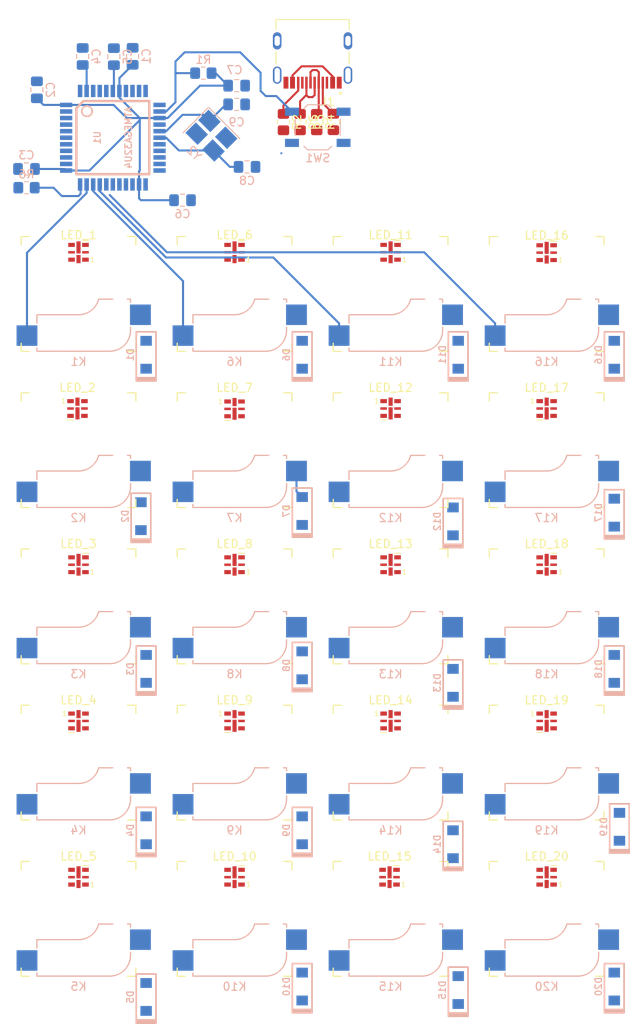
<source format=kicad_pcb>
(kicad_pcb (version 20171130) (host pcbnew 5.1.10)
  (layers (0 F.Cu signal) (31 B.Cu signal) (34 B.Paste user) (35 F.Paste user) (36 B.SilkS user) (37 F.SilkS user) (38 B.Mask user) (39 F.Mask user) (44 Edge.Cuts user))
  (net 0 "")
  (net 1 "Net-(D1-Pad2)")
  (net 2 /row0)
  (net 3 /row1)
  (net 4 "Net-(D2-Pad2)")
  (net 5 "Net-(D3-Pad2)")
  (net 6 /row2)
  (net 7 /row3)
  (net 8 "Net-(D4-Pad2)")
  (net 9 /row4)
  (net 10 "Net-(D5-Pad2)")
  (net 11 "Net-(D6-Pad2)")
  (net 12 "Net-(D7-Pad2)")
  (net 13 "Net-(D8-Pad2)")
  (net 14 "Net-(D9-Pad2)")
  (net 15 "Net-(D10-Pad2)")
  (net 16 "Net-(D11-Pad2)")
  (net 17 "Net-(D12-Pad2)")
  (net 18 "Net-(D13-Pad2)")
  (net 19 "Net-(D14-Pad2)")
  (net 20 "Net-(D15-Pad2)")
  (net 21 "Net-(D16-Pad2)")
  (net 22 "Net-(D17-Pad2)")
  (net 23 "Net-(D19-Pad2)")
  (net 24 "Net-(D20-Pad2)")
  (net 25 /col0)
  (net 26 /col1)
  (net 27 /col2)
  (net 28 /col3)
  (net 29 +5V)
  (net 30 /LED_DI)
  (net 31 /LED_CKI)
  (net 32 "Net-(LED_1-Pad3)")
  (net 33 "Net-(LED_1-Pad2)")
  (net 34 "Net-(LED_2-Pad2)")
  (net 35 "Net-(LED_2-Pad3)")
  (net 36 "Net-(LED_2-Pad5)")
  (net 37 "Net-(LED_2-Pad4)")
  (net 38 "Net-(LED_3-Pad3)")
  (net 39 "Net-(LED_3-Pad2)")
  (net 40 "Net-(LED_4-Pad4)")
  (net 41 "Net-(LED_4-Pad5)")
  (net 42 "Net-(LED_4-Pad3)")
  (net 43 "Net-(LED_4-Pad2)")
  (net 44 "Net-(LED_10-Pad5)")
  (net 45 "Net-(LED_10-Pad4)")
  (net 46 "Net-(LED_11-Pad5)")
  (net 47 "Net-(LED_11-Pad4)")
  (net 48 "Net-(LED_12-Pad3)")
  (net 49 "Net-(LED_12-Pad2)")
  (net 50 "Net-(LED_13-Pad5)")
  (net 51 "Net-(LED_13-Pad4)")
  (net 52 "Net-(LED_14-Pad2)")
  (net 53 "Net-(LED_14-Pad3)")
  (net 54 "Net-(LED_10-Pad3)")
  (net 55 "Net-(LED_10-Pad2)")
  (net 56 "Net-(LED_11-Pad3)")
  (net 57 "Net-(LED_11-Pad2)")
  (net 58 "Net-(LED_12-Pad5)")
  (net 59 "Net-(LED_12-Pad4)")
  (net 60 "Net-(LED_13-Pad2)")
  (net 61 "Net-(LED_13-Pad3)")
  (net 62 "Net-(LED_14-Pad4)")
  (net 63 "Net-(LED_14-Pad5)")
  (net 64 "Net-(LED_15-Pad2)")
  (net 65 "Net-(LED_15-Pad3)")
  (net 66 "Net-(LED_16-Pad2)")
  (net 67 "Net-(LED_16-Pad3)")
  (net 68 "Net-(LED_18-Pad3)")
  (net 69 "Net-(LED_18-Pad2)")
  (net 70 "Net-(LED_20-Pad3)")
  (net 71 "Net-(LED_20-Pad2)")
  (net 72 VUSB)
  (net 73 /ucap)
  (net 74 "Net-(C7-Pad1)")
  (net 75 "Net-(C8-Pad1)")
  (net 76 "Net-(J1-PadS1)")
  (net 77 "Net-(J1-PadB5)")
  (net 78 "Net-(J1-PadA8)")
  (net 79 "Net-(J1-PadA5)")
  (net 80 "Net-(J1-PadB8)")
  (net 81 "Net-(R1-Pad2)")
  (net 82 /D-)
  (net 83 /D+)
  (net 84 "Net-(R6-Pad1)")
  (net 85 "Net-(U1-Pad1)")
  (net 86 "Net-(U1-Pad8)")
  (net 87 "Net-(U1-Pad9)")
  (net 88 "Net-(U1-Pad10)")
  (net 89 "Net-(U1-Pad11)")
  (net 90 "Net-(U1-Pad12)")
  (net 91 "Net-(U1-Pad18)")
  (net 92 "Net-(U1-Pad19)")
  (net 93 "Net-(U1-Pad20)")
  (net 94 "Net-(U1-Pad21)")
  (net 95 "Net-(U1-Pad22)")
  (net 96 "Net-(U1-Pad25)")
  (net 97 "Net-(U1-Pad26)")
  (net 98 /col4)
  (net 99 "Net-(U1-Pad42)")
  (net 100 /DP)
  (net 101 /DN)
  (net 102 "Net-(J1-PadS2)")
  (net 103 "Net-(J1-PadS3)")
  (net 104 "Net-(J1-PadS4)")
  (net 105 "Net-(U1-Pad36)")
  (module keyswitches:Kailh_socket_MX (layer F.Cu) (at 41.91 92.71 180)
    (fp_text reference K1 (at 0 -8.255) (layer B.SilkS) (effects (justify mirror)))
    (fp_text value KEYSW)
    (pad 2 smd rect (at -7.56 -2.54 180) (size 2.55 2.5) (layers B.Cu B.Paste B.Mask) (net 1 "Net-(D1-Pad2)"))
    (pad "" np_thru_hole circle (at -5.08 0 180) (size 1.7018 1.7018) (drill 1.7018) (layers *.Cu *.Mask))
    (pad "" np_thru_hole circle (at 5.08 0 180) (size 1.7018 1.7018) (drill 1.7018) (layers *.Cu *.Mask))
    (pad "" np_thru_hole circle (at 0 0 180) (size 3.9878 3.9878) (drill 3.9878) (layers *.Cu *.Mask))
    (pad "" np_thru_hole circle (at -3.81 -2.54 180) (size 3 3) (drill 3) (layers *.Cu *.Mask))
    (pad "" np_thru_hole circle (at 2.54 -5.08 180) (size 3 3) (drill 3) (layers *.Cu *.Mask))
    (pad 1 smd rect (at 6.29 -5.08 180) (size 2.55 2.5) (layers B.Cu B.Paste B.Mask) (net 25 /col0))
  )
  (module keyswitches:Kailh_socket_MX (layer F.Cu) (at 41.91 111.76 180)
    (fp_text reference K2 (at 0 -8.255) (layer B.SilkS) (effects (justify mirror)))
    (fp_text value KEYSW)
    (pad 2 smd rect (at -7.56 -2.54 180) (size 2.55 2.5) (layers B.Cu B.Paste B.Mask) (net 4 "Net-(D2-Pad2)"))
    (pad "" np_thru_hole circle (at -5.08 0 180) (size 1.7018 1.7018) (drill 1.7018) (layers *.Cu *.Mask))
    (pad "" np_thru_hole circle (at 5.08 0 180) (size 1.7018 1.7018) (drill 1.7018) (layers *.Cu *.Mask))
    (pad "" np_thru_hole circle (at 0 0 180) (size 3.9878 3.9878) (drill 3.9878) (layers *.Cu *.Mask))
    (pad "" np_thru_hole circle (at -3.81 -2.54 180) (size 3 3) (drill 3) (layers *.Cu *.Mask))
    (pad "" np_thru_hole circle (at 2.54 -5.08 180) (size 3 3) (drill 3) (layers *.Cu *.Mask))
    (pad 1 smd rect (at 6.29 -5.08 180) (size 2.55 2.5) (layers B.Cu B.Paste B.Mask) (net 25 /col0))
  )
  (module keyswitches:Kailh_socket_MX (layer F.Cu) (at 41.91 130.81 180)
    (fp_text reference K3 (at 0 -8.255) (layer B.SilkS) (effects (justify mirror)))
    (fp_text value KEYSW)
    (pad 2 smd rect (at -7.56 -2.54 180) (size 2.55 2.5) (layers B.Cu B.Paste B.Mask) (net 5 "Net-(D3-Pad2)"))
    (pad "" np_thru_hole circle (at -5.08 0 180) (size 1.7018 1.7018) (drill 1.7018) (layers *.Cu *.Mask))
    (pad "" np_thru_hole circle (at 5.08 0 180) (size 1.7018 1.7018) (drill 1.7018) (layers *.Cu *.Mask))
    (pad "" np_thru_hole circle (at 0 0 180) (size 3.9878 3.9878) (drill 3.9878) (layers *.Cu *.Mask))
    (pad "" np_thru_hole circle (at -3.81 -2.54 180) (size 3 3) (drill 3) (layers *.Cu *.Mask))
    (pad "" np_thru_hole circle (at 2.54 -5.08 180) (size 3 3) (drill 3) (layers *.Cu *.Mask))
    (pad 1 smd rect (at 6.29 -5.08 180) (size 2.55 2.5) (layers B.Cu B.Paste B.Mask) (net 25 /col0))
  )
  (module keyswitches:Kailh_socket_MX (layer F.Cu) (at 41.91 149.86 180)
    (fp_text reference K4 (at 0 -8.255) (layer B.SilkS) (effects (justify mirror)))
    (fp_text value KEYSW)
    (pad 2 smd rect (at -7.56 -2.54 180) (size 2.55 2.5) (layers B.Cu B.Paste B.Mask) (net 8 "Net-(D4-Pad2)"))
    (pad "" np_thru_hole circle (at -5.08 0 180) (size 1.7018 1.7018) (drill 1.7018) (layers *.Cu *.Mask))
    (pad "" np_thru_hole circle (at 5.08 0 180) (size 1.7018 1.7018) (drill 1.7018) (layers *.Cu *.Mask))
    (pad "" np_thru_hole circle (at 0 0 180) (size 3.9878 3.9878) (drill 3.9878) (layers *.Cu *.Mask))
    (pad "" np_thru_hole circle (at -3.81 -2.54 180) (size 3 3) (drill 3) (layers *.Cu *.Mask))
    (pad "" np_thru_hole circle (at 2.54 -5.08 180) (size 3 3) (drill 3) (layers *.Cu *.Mask))
    (pad 1 smd rect (at 6.29 -5.08 180) (size 2.55 2.5) (layers B.Cu B.Paste B.Mask) (net 25 /col0))
  )
  (module keyswitches:Kailh_socket_MX (layer F.Cu) (at 41.91 168.91 180)
    (fp_text reference K5 (at 0 -8.255) (layer B.SilkS) (effects (justify mirror)))
    (fp_text value KEYSW)
    (pad 2 smd rect (at -7.56 -2.54 180) (size 2.55 2.5) (layers B.Cu B.Paste B.Mask) (net 10 "Net-(D5-Pad2)"))
    (pad "" np_thru_hole circle (at -5.08 0 180) (size 1.7018 1.7018) (drill 1.7018) (layers *.Cu *.Mask))
    (pad "" np_thru_hole circle (at 5.08 0 180) (size 1.7018 1.7018) (drill 1.7018) (layers *.Cu *.Mask))
    (pad "" np_thru_hole circle (at 0 0 180) (size 3.9878 3.9878) (drill 3.9878) (layers *.Cu *.Mask))
    (pad "" np_thru_hole circle (at -3.81 -2.54 180) (size 3 3) (drill 3) (layers *.Cu *.Mask))
    (pad "" np_thru_hole circle (at 2.54 -5.08 180) (size 3 3) (drill 3) (layers *.Cu *.Mask))
    (pad 1 smd rect (at 6.29 -5.08 180) (size 2.55 2.5) (layers B.Cu B.Paste B.Mask) (net 25 /col0))
  )
  (module keyswitches:Kailh_socket_MX (layer F.Cu) (at 60.96 92.71 180)
    (fp_text reference K6 (at 0 -8.255) (layer B.SilkS) (effects (justify mirror)))
    (fp_text value KEYSW)
    (pad 2 smd rect (at -7.56 -2.54 180) (size 2.55 2.5) (layers B.Cu B.Paste B.Mask) (net 11 "Net-(D6-Pad2)"))
    (pad "" np_thru_hole circle (at -5.08 0 180) (size 1.7018 1.7018) (drill 1.7018) (layers *.Cu *.Mask))
    (pad "" np_thru_hole circle (at 5.08 0 180) (size 1.7018 1.7018) (drill 1.7018) (layers *.Cu *.Mask))
    (pad "" np_thru_hole circle (at 0 0 180) (size 3.9878 3.9878) (drill 3.9878) (layers *.Cu *.Mask))
    (pad "" np_thru_hole circle (at -3.81 -2.54 180) (size 3 3) (drill 3) (layers *.Cu *.Mask))
    (pad "" np_thru_hole circle (at 2.54 -5.08 180) (size 3 3) (drill 3) (layers *.Cu *.Mask))
    (pad 1 smd rect (at 6.29 -5.08 180) (size 2.55 2.5) (layers B.Cu B.Paste B.Mask) (net 26 /col1))
  )
  (module keyswitches:Kailh_socket_MX (layer F.Cu) (at 60.96 111.76 180)
    (fp_text reference K7 (at 0 -8.255) (layer B.SilkS) (effects (justify mirror)))
    (fp_text value KEYSW)
    (pad 2 smd rect (at -7.56 -2.54 180) (size 2.55 2.5) (layers B.Cu B.Paste B.Mask) (net 12 "Net-(D7-Pad2)"))
    (pad "" np_thru_hole circle (at -5.08 0 180) (size 1.7018 1.7018) (drill 1.7018) (layers *.Cu *.Mask))
    (pad "" np_thru_hole circle (at 5.08 0 180) (size 1.7018 1.7018) (drill 1.7018) (layers *.Cu *.Mask))
    (pad "" np_thru_hole circle (at 0 0 180) (size 3.9878 3.9878) (drill 3.9878) (layers *.Cu *.Mask))
    (pad "" np_thru_hole circle (at -3.81 -2.54 180) (size 3 3) (drill 3) (layers *.Cu *.Mask))
    (pad "" np_thru_hole circle (at 2.54 -5.08 180) (size 3 3) (drill 3) (layers *.Cu *.Mask))
    (pad 1 smd rect (at 6.29 -5.08 180) (size 2.55 2.5) (layers B.Cu B.Paste B.Mask) (net 26 /col1))
  )
  (module keyswitches:Kailh_socket_MX (layer F.Cu) (at 60.96 130.81 180)
    (fp_text reference K8 (at 0 -8.255) (layer B.SilkS) (effects (justify mirror)))
    (fp_text value KEYSW)
    (pad 2 smd rect (at -7.56 -2.54 180) (size 2.55 2.5) (layers B.Cu B.Paste B.Mask) (net 13 "Net-(D8-Pad2)"))
    (pad "" np_thru_hole circle (at -5.08 0 180) (size 1.7018 1.7018) (drill 1.7018) (layers *.Cu *.Mask))
    (pad "" np_thru_hole circle (at 5.08 0 180) (size 1.7018 1.7018) (drill 1.7018) (layers *.Cu *.Mask))
    (pad "" np_thru_hole circle (at 0 0 180) (size 3.9878 3.9878) (drill 3.9878) (layers *.Cu *.Mask))
    (pad "" np_thru_hole circle (at -3.81 -2.54 180) (size 3 3) (drill 3) (layers *.Cu *.Mask))
    (pad "" np_thru_hole circle (at 2.54 -5.08 180) (size 3 3) (drill 3) (layers *.Cu *.Mask))
    (pad 1 smd rect (at 6.29 -5.08 180) (size 2.55 2.5) (layers B.Cu B.Paste B.Mask) (net 26 /col1))
  )
  (module keyswitches:Kailh_socket_MX (layer F.Cu) (at 60.96 149.86 180)
    (fp_text reference K9 (at 0 -8.255) (layer B.SilkS) (effects (justify mirror)))
    (fp_text value KEYSW)
    (pad 2 smd rect (at -7.56 -2.54 180) (size 2.55 2.5) (layers B.Cu B.Paste B.Mask) (net 14 "Net-(D9-Pad2)"))
    (pad "" np_thru_hole circle (at -5.08 0 180) (size 1.7018 1.7018) (drill 1.7018) (layers *.Cu *.Mask))
    (pad "" np_thru_hole circle (at 5.08 0 180) (size 1.7018 1.7018) (drill 1.7018) (layers *.Cu *.Mask))
    (pad "" np_thru_hole circle (at 0 0 180) (size 3.9878 3.9878) (drill 3.9878) (layers *.Cu *.Mask))
    (pad "" np_thru_hole circle (at -3.81 -2.54 180) (size 3 3) (drill 3) (layers *.Cu *.Mask))
    (pad "" np_thru_hole circle (at 2.54 -5.08 180) (size 3 3) (drill 3) (layers *.Cu *.Mask))
    (pad 1 smd rect (at 6.29 -5.08 180) (size 2.55 2.5) (layers B.Cu B.Paste B.Mask) (net 26 /col1))
  )
  (module keyswitches:Kailh_socket_MX (layer F.Cu) (at 60.96 168.91 180)
    (fp_text reference K10 (at 0 -8.255) (layer B.SilkS) (effects (justify mirror)))
    (fp_text value KEYSW)
    (pad 2 smd rect (at -7.56 -2.54 180) (size 2.55 2.5) (layers B.Cu B.Paste B.Mask) (net 15 "Net-(D10-Pad2)"))
    (pad "" np_thru_hole circle (at -5.08 0 180) (size 1.7018 1.7018) (drill 1.7018) (layers *.Cu *.Mask))
    (pad "" np_thru_hole circle (at 5.08 0 180) (size 1.7018 1.7018) (drill 1.7018) (layers *.Cu *.Mask))
    (pad "" np_thru_hole circle (at 0 0 180) (size 3.9878 3.9878) (drill 3.9878) (layers *.Cu *.Mask))
    (pad "" np_thru_hole circle (at -3.81 -2.54 180) (size 3 3) (drill 3) (layers *.Cu *.Mask))
    (pad "" np_thru_hole circle (at 2.54 -5.08 180) (size 3 3) (drill 3) (layers *.Cu *.Mask))
    (pad 1 smd rect (at 6.29 -5.08 180) (size 2.55 2.5) (layers B.Cu B.Paste B.Mask) (net 26 /col1))
  )
  (module keyswitches:Kailh_socket_MX (layer F.Cu) (at 80.01 92.71 180)
    (fp_text reference K11 (at 0 -8.255) (layer B.SilkS) (effects (justify mirror)))
    (fp_text value KEYSW)
    (pad 2 smd rect (at -7.56 -2.54 180) (size 2.55 2.5) (layers B.Cu B.Paste B.Mask) (net 16 "Net-(D11-Pad2)"))
    (pad "" np_thru_hole circle (at -5.08 0 180) (size 1.7018 1.7018) (drill 1.7018) (layers *.Cu *.Mask))
    (pad "" np_thru_hole circle (at 5.08 0 180) (size 1.7018 1.7018) (drill 1.7018) (layers *.Cu *.Mask))
    (pad "" np_thru_hole circle (at 0 0 180) (size 3.9878 3.9878) (drill 3.9878) (layers *.Cu *.Mask))
    (pad "" np_thru_hole circle (at -3.81 -2.54 180) (size 3 3) (drill 3) (layers *.Cu *.Mask))
    (pad "" np_thru_hole circle (at 2.54 -5.08 180) (size 3 3) (drill 3) (layers *.Cu *.Mask))
    (pad 1 smd rect (at 6.29 -5.08 180) (size 2.55 2.5) (layers B.Cu B.Paste B.Mask) (net 27 /col2))
  )
  (module keyswitches:Kailh_socket_MX (layer F.Cu) (at 80.01 111.76 180)
    (fp_text reference K12 (at 0 -8.255) (layer B.SilkS) (effects (justify mirror)))
    (fp_text value KEYSW)
    (pad 2 smd rect (at -7.56 -2.54 180) (size 2.55 2.5) (layers B.Cu B.Paste B.Mask) (net 17 "Net-(D12-Pad2)"))
    (pad "" np_thru_hole circle (at -5.08 0 180) (size 1.7018 1.7018) (drill 1.7018) (layers *.Cu *.Mask))
    (pad "" np_thru_hole circle (at 5.08 0 180) (size 1.7018 1.7018) (drill 1.7018) (layers *.Cu *.Mask))
    (pad "" np_thru_hole circle (at 0 0 180) (size 3.9878 3.9878) (drill 3.9878) (layers *.Cu *.Mask))
    (pad "" np_thru_hole circle (at -3.81 -2.54 180) (size 3 3) (drill 3) (layers *.Cu *.Mask))
    (pad "" np_thru_hole circle (at 2.54 -5.08 180) (size 3 3) (drill 3) (layers *.Cu *.Mask))
    (pad 1 smd rect (at 6.29 -5.08 180) (size 2.55 2.5) (layers B.Cu B.Paste B.Mask) (net 27 /col2))
  )
  (module keyswitches:Kailh_socket_MX (layer F.Cu) (at 80.01 130.81 180)
    (fp_text reference K13 (at 0 -8.255) (layer B.SilkS) (effects (justify mirror)))
    (fp_text value KEYSW)
    (pad 2 smd rect (at -7.56 -2.54 180) (size 2.55 2.5) (layers B.Cu B.Paste B.Mask) (net 18 "Net-(D13-Pad2)"))
    (pad "" np_thru_hole circle (at -5.08 0 180) (size 1.7018 1.7018) (drill 1.7018) (layers *.Cu *.Mask))
    (pad "" np_thru_hole circle (at 5.08 0 180) (size 1.7018 1.7018) (drill 1.7018) (layers *.Cu *.Mask))
    (pad "" np_thru_hole circle (at 0 0 180) (size 3.9878 3.9878) (drill 3.9878) (layers *.Cu *.Mask))
    (pad "" np_thru_hole circle (at -3.81 -2.54 180) (size 3 3) (drill 3) (layers *.Cu *.Mask))
    (pad "" np_thru_hole circle (at 2.54 -5.08 180) (size 3 3) (drill 3) (layers *.Cu *.Mask))
    (pad 1 smd rect (at 6.29 -5.08 180) (size 2.55 2.5) (layers B.Cu B.Paste B.Mask) (net 27 /col2))
  )
  (module keyswitches:Kailh_socket_MX (layer F.Cu) (at 80.01 149.86 180)
    (fp_text reference K14 (at 0 -8.255) (layer B.SilkS) (effects (justify mirror)))
    (fp_text value KEYSW)
    (pad 2 smd rect (at -7.56 -2.54 180) (size 2.55 2.5) (layers B.Cu B.Paste B.Mask) (net 19 "Net-(D14-Pad2)"))
    (pad "" np_thru_hole circle (at -5.08 0 180) (size 1.7018 1.7018) (drill 1.7018) (layers *.Cu *.Mask))
    (pad "" np_thru_hole circle (at 5.08 0 180) (size 1.7018 1.7018) (drill 1.7018) (layers *.Cu *.Mask))
    (pad "" np_thru_hole circle (at 0 0 180) (size 3.9878 3.9878) (drill 3.9878) (layers *.Cu *.Mask))
    (pad "" np_thru_hole circle (at -3.81 -2.54 180) (size 3 3) (drill 3) (layers *.Cu *.Mask))
    (pad "" np_thru_hole circle (at 2.54 -5.08 180) (size 3 3) (drill 3) (layers *.Cu *.Mask))
    (pad 1 smd rect (at 6.29 -5.08 180) (size 2.55 2.5) (layers B.Cu B.Paste B.Mask) (net 27 /col2))
  )
  (module keyswitches:Kailh_socket_MX (layer F.Cu) (at 80.01 168.91 180)
    (fp_text reference K15 (at 0 -8.255) (layer B.SilkS) (effects (justify mirror)))
    (fp_text value KEYSW)
    (pad 2 smd rect (at -7.56 -2.54 180) (size 2.55 2.5) (layers B.Cu B.Paste B.Mask) (net 20 "Net-(D15-Pad2)"))
    (pad "" np_thru_hole circle (at -5.08 0 180) (size 1.7018 1.7018) (drill 1.7018) (layers *.Cu *.Mask))
    (pad "" np_thru_hole circle (at 5.08 0 180) (size 1.7018 1.7018) (drill 1.7018) (layers *.Cu *.Mask))
    (pad "" np_thru_hole circle (at 0 0 180) (size 3.9878 3.9878) (drill 3.9878) (layers *.Cu *.Mask))
    (pad "" np_thru_hole circle (at -3.81 -2.54 180) (size 3 3) (drill 3) (layers *.Cu *.Mask))
    (pad "" np_thru_hole circle (at 2.54 -5.08 180) (size 3 3) (drill 3) (layers *.Cu *.Mask))
    (pad 1 smd rect (at 6.29 -5.08 180) (size 2.55 2.5) (layers B.Cu B.Paste B.Mask) (net 27 /col2))
  )
  (module keyswitches:Kailh_socket_MX (layer F.Cu) (at 99.06 92.71 180)
    (fp_text reference K16 (at 0 -8.255) (layer B.SilkS) (effects (justify mirror)))
    (fp_text value KEYSW)
    (pad 2 smd rect (at -7.56 -2.54 180) (size 2.55 2.5) (layers B.Cu B.Paste B.Mask) (net 21 "Net-(D16-Pad2)"))
    (pad "" np_thru_hole circle (at -5.08 0 180) (size 1.7018 1.7018) (drill 1.7018) (layers *.Cu *.Mask))
    (pad "" np_thru_hole circle (at 5.08 0 180) (size 1.7018 1.7018) (drill 1.7018) (layers *.Cu *.Mask))
    (pad "" np_thru_hole circle (at 0 0 180) (size 3.9878 3.9878) (drill 3.9878) (layers *.Cu *.Mask))
    (pad "" np_thru_hole circle (at -3.81 -2.54 180) (size 3 3) (drill 3) (layers *.Cu *.Mask))
    (pad "" np_thru_hole circle (at 2.54 -5.08 180) (size 3 3) (drill 3) (layers *.Cu *.Mask))
    (pad 1 smd rect (at 6.29 -5.08 180) (size 2.55 2.5) (layers B.Cu B.Paste B.Mask) (net 28 /col3))
  )
  (module keyswitches:Kailh_socket_MX (layer F.Cu) (at 99.06 111.76 180)
    (fp_text reference K17 (at 0 -8.255) (layer B.SilkS) (effects (justify mirror)))
    (fp_text value KEYSW)
    (pad 2 smd rect (at -7.56 -2.54 180) (size 2.55 2.5) (layers B.Cu B.Paste B.Mask) (net 22 "Net-(D17-Pad2)"))
    (pad "" np_thru_hole circle (at -5.08 0 180) (size 1.7018 1.7018) (drill 1.7018) (layers *.Cu *.Mask))
    (pad "" np_thru_hole circle (at 5.08 0 180) (size 1.7018 1.7018) (drill 1.7018) (layers *.Cu *.Mask))
    (pad "" np_thru_hole circle (at 0 0 180) (size 3.9878 3.9878) (drill 3.9878) (layers *.Cu *.Mask))
    (pad "" np_thru_hole circle (at -3.81 -2.54 180) (size 3 3) (drill 3) (layers *.Cu *.Mask))
    (pad "" np_thru_hole circle (at 2.54 -5.08 180) (size 3 3) (drill 3) (layers *.Cu *.Mask))
    (pad 1 smd rect (at 6.29 -5.08 180) (size 2.55 2.5) (layers B.Cu B.Paste B.Mask) (net 28 /col3))
  )
  (module keyswitches:Kailh_socket_MX (layer F.Cu) (at 99.06 130.81 180)
    (fp_text reference K18 (at 0 -8.255) (layer B.SilkS) (effects (justify mirror)))
    (fp_text value KEYSW)
    (pad 2 smd rect (at -7.56 -2.54 180) (size 2.55 2.5) (layers B.Cu B.Paste B.Mask) (net 3 /row1))
    (pad "" np_thru_hole circle (at -5.08 0 180) (size 1.7018 1.7018) (drill 1.7018) (layers *.Cu *.Mask))
    (pad "" np_thru_hole circle (at 5.08 0 180) (size 1.7018 1.7018) (drill 1.7018) (layers *.Cu *.Mask))
    (pad "" np_thru_hole circle (at 0 0 180) (size 3.9878 3.9878) (drill 3.9878) (layers *.Cu *.Mask))
    (pad "" np_thru_hole circle (at -3.81 -2.54 180) (size 3 3) (drill 3) (layers *.Cu *.Mask))
    (pad "" np_thru_hole circle (at 2.54 -5.08 180) (size 3 3) (drill 3) (layers *.Cu *.Mask))
    (pad 1 smd rect (at 6.29 -5.08 180) (size 2.55 2.5) (layers B.Cu B.Paste B.Mask) (net 28 /col3))
  )
  (module keyswitches:Kailh_socket_MX (layer F.Cu) (at 99.06 149.86 180)
    (fp_text reference K19 (at 0 -8.255) (layer B.SilkS) (effects (justify mirror)))
    (fp_text value KEYSW)
    (pad 2 smd rect (at -7.56 -2.54 180) (size 2.55 2.5) (layers B.Cu B.Paste B.Mask) (net 23 "Net-(D19-Pad2)"))
    (pad "" np_thru_hole circle (at -5.08 0 180) (size 1.7018 1.7018) (drill 1.7018) (layers *.Cu *.Mask))
    (pad "" np_thru_hole circle (at 5.08 0 180) (size 1.7018 1.7018) (drill 1.7018) (layers *.Cu *.Mask))
    (pad "" np_thru_hole circle (at 0 0 180) (size 3.9878 3.9878) (drill 3.9878) (layers *.Cu *.Mask))
    (pad "" np_thru_hole circle (at -3.81 -2.54 180) (size 3 3) (drill 3) (layers *.Cu *.Mask))
    (pad "" np_thru_hole circle (at 2.54 -5.08 180) (size 3 3) (drill 3) (layers *.Cu *.Mask))
    (pad 1 smd rect (at 6.29 -5.08 180) (size 2.55 2.5) (layers B.Cu B.Paste B.Mask) (net 28 /col3))
  )
  (module keyswitches:Kailh_socket_MX (layer F.Cu) (at 99.06 168.91 180)
    (fp_text reference K20 (at 0 -8.255) (layer B.SilkS) (effects (justify mirror)))
    (fp_text value KEYSW)
    (pad 2 smd rect (at -7.56 -2.54 180) (size 2.55 2.5) (layers B.Cu B.Paste B.Mask) (net 24 "Net-(D20-Pad2)"))
    (pad "" np_thru_hole circle (at -5.08 0 180) (size 1.7018 1.7018) (drill 1.7018) (layers *.Cu *.Mask))
    (pad "" np_thru_hole circle (at 5.08 0 180) (size 1.7018 1.7018) (drill 1.7018) (layers *.Cu *.Mask))
    (pad "" np_thru_hole circle (at 0 0 180) (size 3.9878 3.9878) (drill 3.9878) (layers *.Cu *.Mask))
    (pad "" np_thru_hole circle (at -3.81 -2.54 180) (size 3 3) (drill 3) (layers *.Cu *.Mask))
    (pad "" np_thru_hole circle (at 2.54 -5.08 180) (size 3 3) (drill 3) (layers *.Cu *.Mask))
    (pad 1 smd rect (at 6.29 -5.08 180) (size 2.55 2.5) (layers B.Cu B.Paste B.Mask) (net 28 /col3))
  )
  (module keyboard_parts:D_SOD123 (layer B.Cu) (at 50.165 100.125 90)
    (fp_text reference D1 (at 0 -1.925 90) (layer B.SilkS) (effects (font (size 0.8 0.8)) (justify mirror)))
    (fp_text value D hide)
    (pad 1 smd rect (at -1.7 0 90) (size 1.2 1.4) (layers B.Cu B.Paste B.Mask) (net 2 /row0))
    (pad 2 smd rect (at 1.7 0 90) (size 1.2 1.4) (layers B.Cu B.Paste B.Mask) (net 1 "Net-(D1-Pad2)"))
  )
  (module keyboard_parts:D_SOD123 (layer B.Cu) (at 49.53 119.81 90)
    (fp_text reference D2 (at 0 -1.925 90) (layer B.SilkS) (effects (font (size 0.8 0.8)) (justify mirror)))
    (fp_text value D hide)
    (pad 2 smd rect (at 1.7 0 90) (size 1.2 1.4) (layers B.Cu B.Paste B.Mask) (net 4 "Net-(D2-Pad2)"))
    (pad 1 smd rect (at -1.7 0 90) (size 1.2 1.4) (layers B.Cu B.Paste B.Mask) (net 3 /row1))
  )
  (module keyboard_parts:D_SOD123 (layer B.Cu) (at 50.165 138.43 90)
    (fp_text reference D3 (at 0 -1.925 90) (layer B.SilkS) (effects (font (size 0.8 0.8)) (justify mirror)))
    (fp_text value D hide)
    (pad 1 smd rect (at -1.7 0 90) (size 1.2 1.4) (layers B.Cu B.Paste B.Mask) (net 6 /row2))
    (pad 2 smd rect (at 1.7 0 90) (size 1.2 1.4) (layers B.Cu B.Paste B.Mask) (net 5 "Net-(D3-Pad2)"))
  )
  (module keyboard_parts:D_SOD123 (layer B.Cu) (at 50.165 158.115 90)
    (fp_text reference D4 (at 0 -1.925 90) (layer B.SilkS) (effects (font (size 0.8 0.8)) (justify mirror)))
    (fp_text value D hide)
    (pad 2 smd rect (at 1.7 0 90) (size 1.2 1.4) (layers B.Cu B.Paste B.Mask) (net 8 "Net-(D4-Pad2)"))
    (pad 1 smd rect (at -1.7 0 90) (size 1.2 1.4) (layers B.Cu B.Paste B.Mask) (net 7 /row3))
  )
  (module keyboard_parts:D_SOD123 (layer B.Cu) (at 50.165 178.435 90)
    (fp_text reference D5 (at 0 -1.925 90) (layer B.SilkS) (effects (font (size 0.8 0.8)) (justify mirror)))
    (fp_text value D hide)
    (pad 2 smd rect (at 1.7 0 90) (size 1.2 1.4) (layers B.Cu B.Paste B.Mask) (net 10 "Net-(D5-Pad2)"))
    (pad 1 smd rect (at -1.7 0 90) (size 1.2 1.4) (layers B.Cu B.Paste B.Mask) (net 9 /row4))
  )
  (module keyboard_parts:D_SOD123 (layer B.Cu) (at 69.215 100.125 90)
    (fp_text reference D6 (at 0 -1.925 90) (layer B.SilkS) (effects (font (size 0.8 0.8)) (justify mirror)))
    (fp_text value D hide)
    (pad 2 smd rect (at 1.7 0 90) (size 1.2 1.4) (layers B.Cu B.Paste B.Mask) (net 11 "Net-(D6-Pad2)"))
    (pad 1 smd rect (at -1.7 0 90) (size 1.2 1.4) (layers B.Cu B.Paste B.Mask) (net 2 /row0))
  )
  (module keyboard_parts:D_SOD123 (layer B.Cu) (at 69.215 119.175 90)
    (fp_text reference D7 (at 0 -1.925 90) (layer B.SilkS) (effects (font (size 0.8 0.8)) (justify mirror)))
    (fp_text value D hide)
    (pad 1 smd rect (at -1.7 0 90) (size 1.2 1.4) (layers B.Cu B.Paste B.Mask) (net 3 /row1))
    (pad 2 smd rect (at 1.7 0 90) (size 1.2 1.4) (layers B.Cu B.Paste B.Mask) (net 12 "Net-(D7-Pad2)"))
  )
  (module keyboard_parts:D_SOD123 (layer B.Cu) (at 69.215 138 90)
    (fp_text reference D8 (at 0 -1.925 90) (layer B.SilkS) (effects (font (size 0.8 0.8)) (justify mirror)))
    (fp_text value D hide)
    (pad 1 smd rect (at -1.7 0 90) (size 1.2 1.4) (layers B.Cu B.Paste B.Mask) (net 6 /row2))
    (pad 2 smd rect (at 1.7 0 90) (size 1.2 1.4) (layers B.Cu B.Paste B.Mask) (net 13 "Net-(D8-Pad2)"))
  )
  (module keyboard_parts:D_SOD123 (layer B.Cu) (at 69.215 158.115 90)
    (fp_text reference D9 (at 0 -1.925 90) (layer B.SilkS) (effects (font (size 0.8 0.8)) (justify mirror)))
    (fp_text value D hide)
    (pad 2 smd rect (at 1.7 0 90) (size 1.2 1.4) (layers B.Cu B.Paste B.Mask) (net 14 "Net-(D9-Pad2)"))
    (pad 1 smd rect (at -1.7 0 90) (size 1.2 1.4) (layers B.Cu B.Paste B.Mask) (net 7 /row3))
  )
  (module keyboard_parts:D_SOD123 (layer B.Cu) (at 69.215 177.165 90)
    (fp_text reference D10 (at 0 -1.925 90) (layer B.SilkS) (effects (font (size 0.8 0.8)) (justify mirror)))
    (fp_text value D hide)
    (pad 2 smd rect (at 1.7 0 90) (size 1.2 1.4) (layers B.Cu B.Paste B.Mask) (net 15 "Net-(D10-Pad2)"))
    (pad 1 smd rect (at -1.7 0 90) (size 1.2 1.4) (layers B.Cu B.Paste B.Mask) (net 9 /row4))
  )
  (module keyboard_parts:D_SOD123 (layer B.Cu) (at 88.265 100.125 90)
    (fp_text reference D11 (at 0 -1.925 90) (layer B.SilkS) (effects (font (size 0.8 0.8)) (justify mirror)))
    (fp_text value D hide)
    (pad 1 smd rect (at -1.7 0 90) (size 1.2 1.4) (layers B.Cu B.Paste B.Mask) (net 2 /row0))
    (pad 2 smd rect (at 1.7 0 90) (size 1.2 1.4) (layers B.Cu B.Paste B.Mask) (net 16 "Net-(D11-Pad2)"))
  )
  (module keyboard_parts:D_SOD123 (layer B.Cu) (at 87.63 120.445 90)
    (fp_text reference D12 (at 0 -1.925 90) (layer B.SilkS) (effects (font (size 0.8 0.8)) (justify mirror)))
    (fp_text value D hide)
    (pad 2 smd rect (at 1.7 0 90) (size 1.2 1.4) (layers B.Cu B.Paste B.Mask) (net 17 "Net-(D12-Pad2)"))
    (pad 1 smd rect (at -1.7 0 90) (size 1.2 1.4) (layers B.Cu B.Paste B.Mask) (net 3 /row1))
  )
  (module keyboard_parts:D_SOD123 (layer B.Cu) (at 87.63 140.13 90)
    (fp_text reference D13 (at 0 -1.925 90) (layer B.SilkS) (effects (font (size 0.8 0.8)) (justify mirror)))
    (fp_text value D hide)
    (pad 2 smd rect (at 1.7 0 90) (size 1.2 1.4) (layers B.Cu B.Paste B.Mask) (net 18 "Net-(D13-Pad2)"))
    (pad 1 smd rect (at -1.7 0 90) (size 1.2 1.4) (layers B.Cu B.Paste B.Mask) (net 6 /row2))
  )
  (module keyboard_parts:D_SOD123 (layer B.Cu) (at 87.63 159.815 90)
    (fp_text reference D14 (at 0 -1.925 90) (layer B.SilkS) (effects (font (size 0.8 0.8)) (justify mirror)))
    (fp_text value D hide)
    (pad 2 smd rect (at 1.7 0 90) (size 1.2 1.4) (layers B.Cu B.Paste B.Mask) (net 19 "Net-(D14-Pad2)"))
    (pad 1 smd rect (at -1.7 0 90) (size 1.2 1.4) (layers B.Cu B.Paste B.Mask) (net 7 /row3))
  )
  (module keyboard_parts:D_SOD123 (layer B.Cu) (at 88.265 177.595 90)
    (fp_text reference D15 (at 0 -1.925 90) (layer B.SilkS) (effects (font (size 0.8 0.8)) (justify mirror)))
    (fp_text value D hide)
    (pad 1 smd rect (at -1.7 0 90) (size 1.2 1.4) (layers B.Cu B.Paste B.Mask) (net 9 /row4))
    (pad 2 smd rect (at 1.7 0 90) (size 1.2 1.4) (layers B.Cu B.Paste B.Mask) (net 20 "Net-(D15-Pad2)"))
  )
  (module keyboard_parts:D_SOD123 (layer B.Cu) (at 107.315 100.125 90)
    (fp_text reference D16 (at 0 -1.925 90) (layer B.SilkS) (effects (font (size 0.8 0.8)) (justify mirror)))
    (fp_text value D hide)
    (pad 1 smd rect (at -1.7 0 90) (size 1.2 1.4) (layers B.Cu B.Paste B.Mask) (net 2 /row0))
    (pad 2 smd rect (at 1.7 0 90) (size 1.2 1.4) (layers B.Cu B.Paste B.Mask) (net 21 "Net-(D16-Pad2)"))
  )
  (module keyboard_parts:D_SOD123 (layer B.Cu) (at 107.315 119.38 90)
    (fp_text reference D17 (at 0 -1.925 90) (layer B.SilkS) (effects (font (size 0.8 0.8)) (justify mirror)))
    (fp_text value D hide)
    (pad 2 smd rect (at 1.7 0 90) (size 1.2 1.4) (layers B.Cu B.Paste B.Mask) (net 22 "Net-(D17-Pad2)"))
    (pad 1 smd rect (at -1.7 0 90) (size 1.2 1.4) (layers B.Cu B.Paste B.Mask) (net 3 /row1))
  )
  (module keyboard_parts:D_SOD123 (layer B.Cu) (at 107.315 138.43 90)
    (fp_text reference D18 (at 0 -1.925 90) (layer B.SilkS) (effects (font (size 0.8 0.8)) (justify mirror)))
    (fp_text value D hide)
    (pad 1 smd rect (at -1.7 0 90) (size 1.2 1.4) (layers B.Cu B.Paste B.Mask) (net 6 /row2))
    (pad 2 smd rect (at 1.7 0 90) (size 1.2 1.4) (layers B.Cu B.Paste B.Mask) (net 3 /row1))
  )
  (module keyboard_parts:D_SOD123 (layer B.Cu) (at 107.95 157.685 90)
    (fp_text reference D19 (at 0 -1.925 90) (layer B.SilkS) (effects (font (size 0.8 0.8)) (justify mirror)))
    (fp_text value D hide)
    (pad 1 smd rect (at -1.7 0 90) (size 1.2 1.4) (layers B.Cu B.Paste B.Mask) (net 7 /row3))
    (pad 2 smd rect (at 1.7 0 90) (size 1.2 1.4) (layers B.Cu B.Paste B.Mask) (net 23 "Net-(D19-Pad2)"))
  )
  (module keyboard_parts:D_SOD123 (layer B.Cu) (at 107.315 177.165 90)
    (fp_text reference D20 (at 0 -1.925 90) (layer B.SilkS) (effects (font (size 0.8 0.8)) (justify mirror)))
    (fp_text value D hide)
    (pad 1 smd rect (at -1.7 0 90) (size 1.2 1.4) (layers B.Cu B.Paste B.Mask) (net 9 /row4))
    (pad 2 smd rect (at 1.7 0 90) (size 1.2 1.4) (layers B.Cu B.Paste B.Mask) (net 24 "Net-(D20-Pad2)"))
  )
  (module LED_SMD:LED-APA102-2020 (layer F.Cu) (at 41.91 87.63 180)
    (fp_text reference LED_1 (at 0 2.11) (layer F.SilkS))
    (fp_text value APA102-2020)
    (fp_text user 1 (at -1.7 -0.9) (layer F.SilkS) (effects (font (size 0.6 0.6) (thickness 0.1))))
    (pad 1 smd rect (at -0.85 -0.9 180) (size 0.8 0.5) (layers F.Cu F.Paste F.Mask) (net 29 +5V))
    (pad 2 smd rect (at -0.85 0 180) (size 0.8 0.3) (layers F.Cu F.Paste F.Mask) (net 33 "Net-(LED_1-Pad2)"))
    (pad 3 smd rect (at -0.85 0.9 180) (size 0.8 0.5) (layers F.Cu F.Paste F.Mask) (net 32 "Net-(LED_1-Pad3)"))
    (pad 5 smd rect (at 0.85 0 180) (size 0.8 0.3) (layers F.Cu F.Paste F.Mask) (net 31 /LED_CKI))
    (pad 4 smd rect (at 0.85 0.9 180) (size 0.8 0.5) (layers F.Cu F.Paste F.Mask) (net 30 /LED_DI))
    (pad 6 smd rect (at 0.85 -0.9 180) (size 0.8 0.5) (layers F.Cu F.Paste F.Mask) (net 29 +5V))
    (pad 1 smd rect (at 0 -0.83 270) (size 1 0.5) (layers F.Cu F.Paste F.Mask) (net 29 +5V))
    (pad 6 smd rect (at 0 0.59 270) (size 1.48 0.5) (layers F.Cu F.Paste F.Mask) (net 29 +5V))
  )
  (module LED_SMD:LED-APA102-2020 (layer F.Cu) (at 41.783 106.68)
    (fp_text reference LED_2 (at 0 -2.54) (layer F.SilkS))
    (fp_text value APA102-2020)
    (fp_text user 1 (at -1.7 -0.9) (layer F.SilkS) (effects (font (size 0.6 0.6) (thickness 0.1))))
    (pad 6 smd rect (at 0 0.59 90) (size 1.48 0.5) (layers F.Cu F.Paste F.Mask) (net 29 +5V))
    (pad 1 smd rect (at 0 -0.83 90) (size 1 0.5) (layers F.Cu F.Paste F.Mask) (net 29 +5V))
    (pad 6 smd rect (at 0.85 -0.9) (size 0.8 0.5) (layers F.Cu F.Paste F.Mask) (net 29 +5V))
    (pad 4 smd rect (at 0.85 0.9) (size 0.8 0.5) (layers F.Cu F.Paste F.Mask) (net 37 "Net-(LED_2-Pad4)"))
    (pad 5 smd rect (at 0.85 0) (size 0.8 0.3) (layers F.Cu F.Paste F.Mask) (net 36 "Net-(LED_2-Pad5)"))
    (pad 3 smd rect (at -0.85 0.9) (size 0.8 0.5) (layers F.Cu F.Paste F.Mask) (net 35 "Net-(LED_2-Pad3)"))
    (pad 2 smd rect (at -0.85 0) (size 0.8 0.3) (layers F.Cu F.Paste F.Mask) (net 34 "Net-(LED_2-Pad2)"))
    (pad 1 smd rect (at -0.85 -0.9) (size 0.8 0.5) (layers F.Cu F.Paste F.Mask) (net 29 +5V))
  )
  (module LED_SMD:LED-APA102-2020 (layer F.Cu) (at 41.91 125.73 180)
    (fp_text reference LED_3 (at 0 2.54) (layer F.SilkS))
    (fp_text value APA102-2020)
    (fp_text user 1 (at -1.7 -0.9) (layer F.SilkS) (effects (font (size 0.6 0.6) (thickness 0.1))))
    (pad 1 smd rect (at -0.85 -0.9 180) (size 0.8 0.5) (layers F.Cu F.Paste F.Mask) (net 29 +5V))
    (pad 2 smd rect (at -0.85 0 180) (size 0.8 0.3) (layers F.Cu F.Paste F.Mask) (net 39 "Net-(LED_3-Pad2)"))
    (pad 3 smd rect (at -0.85 0.9 180) (size 0.8 0.5) (layers F.Cu F.Paste F.Mask) (net 38 "Net-(LED_3-Pad3)"))
    (pad 5 smd rect (at 0.85 0 180) (size 0.8 0.3) (layers F.Cu F.Paste F.Mask) (net 34 "Net-(LED_2-Pad2)"))
    (pad 4 smd rect (at 0.85 0.9 180) (size 0.8 0.5) (layers F.Cu F.Paste F.Mask) (net 35 "Net-(LED_2-Pad3)"))
    (pad 6 smd rect (at 0.85 -0.9 180) (size 0.8 0.5) (layers F.Cu F.Paste F.Mask) (net 29 +5V))
    (pad 1 smd rect (at 0 -0.83 270) (size 1 0.5) (layers F.Cu F.Paste F.Mask) (net 29 +5V))
    (pad 6 smd rect (at 0 0.59 270) (size 1.48 0.5) (layers F.Cu F.Paste F.Mask) (net 29 +5V))
  )
  (module LED_SMD:LED-APA102-2020 (layer F.Cu) (at 41.91 144.78)
    (fp_text reference LED_4 (at 0 -2.54) (layer F.SilkS))
    (fp_text value APA102-2020)
    (fp_text user 1 (at -1.7 -0.9) (layer F.SilkS) (effects (font (size 0.6 0.6) (thickness 0.1))))
    (pad 1 smd rect (at -0.85 -0.9) (size 0.8 0.5) (layers F.Cu F.Paste F.Mask) (net 29 +5V))
    (pad 2 smd rect (at -0.85 0) (size 0.8 0.3) (layers F.Cu F.Paste F.Mask) (net 43 "Net-(LED_4-Pad2)"))
    (pad 3 smd rect (at -0.85 0.9) (size 0.8 0.5) (layers F.Cu F.Paste F.Mask) (net 42 "Net-(LED_4-Pad3)"))
    (pad 5 smd rect (at 0.85 0) (size 0.8 0.3) (layers F.Cu F.Paste F.Mask) (net 41 "Net-(LED_4-Pad5)"))
    (pad 4 smd rect (at 0.85 0.9) (size 0.8 0.5) (layers F.Cu F.Paste F.Mask) (net 40 "Net-(LED_4-Pad4)"))
    (pad 6 smd rect (at 0.85 -0.9) (size 0.8 0.5) (layers F.Cu F.Paste F.Mask) (net 29 +5V))
    (pad 1 smd rect (at 0 -0.83 90) (size 1 0.5) (layers F.Cu F.Paste F.Mask) (net 29 +5V))
    (pad 6 smd rect (at 0 0.59 90) (size 1.48 0.5) (layers F.Cu F.Paste F.Mask) (net 29 +5V))
  )
  (module LED_SMD:LED-APA102-2020 (layer F.Cu) (at 41.91 163.83 180)
    (fp_text reference LED_5 (at 0 2.54) (layer F.SilkS))
    (fp_text value APA102-2020)
    (fp_text user 1 (at -1.7 -0.9) (layer F.SilkS) (effects (font (size 0.6 0.6) (thickness 0.1))))
    (pad 6 smd rect (at 0 0.59 270) (size 1.48 0.5) (layers F.Cu F.Paste F.Mask) (net 29 +5V))
    (pad 1 smd rect (at 0 -0.83 270) (size 1 0.5) (layers F.Cu F.Paste F.Mask) (net 29 +5V))
    (pad 6 smd rect (at 0.85 -0.9 180) (size 0.8 0.5) (layers F.Cu F.Paste F.Mask) (net 29 +5V))
    (pad 4 smd rect (at 0.85 0.9 180) (size 0.8 0.5) (layers F.Cu F.Paste F.Mask) (net 42 "Net-(LED_4-Pad3)"))
    (pad 5 smd rect (at 0.85 0 180) (size 0.8 0.3) (layers F.Cu F.Paste F.Mask) (net 43 "Net-(LED_4-Pad2)"))
    (pad 3 smd rect (at -0.85 0.9 180) (size 0.8 0.5) (layers F.Cu F.Paste F.Mask) (net 45 "Net-(LED_10-Pad4)"))
    (pad 2 smd rect (at -0.85 0 180) (size 0.8 0.3) (layers F.Cu F.Paste F.Mask) (net 44 "Net-(LED_10-Pad5)"))
    (pad 1 smd rect (at -0.85 -0.9 180) (size 0.8 0.5) (layers F.Cu F.Paste F.Mask) (net 29 +5V))
  )
  (module LED_SMD:LED-APA102-2020 (layer F.Cu) (at 60.96 87.63 180)
    (fp_text reference LED_6 (at 0 2.11) (layer F.SilkS))
    (fp_text value APA102-2020)
    (fp_text user 1 (at -1.7 -0.9) (layer F.SilkS) (effects (font (size 0.6 0.6) (thickness 0.1))))
    (pad 6 smd rect (at 0 0.59 270) (size 1.48 0.5) (layers F.Cu F.Paste F.Mask) (net 29 +5V))
    (pad 1 smd rect (at 0 -0.83 270) (size 1 0.5) (layers F.Cu F.Paste F.Mask) (net 29 +5V))
    (pad 6 smd rect (at 0.85 -0.9 180) (size 0.8 0.5) (layers F.Cu F.Paste F.Mask) (net 29 +5V))
    (pad 4 smd rect (at 0.85 0.9 180) (size 0.8 0.5) (layers F.Cu F.Paste F.Mask) (net 32 "Net-(LED_1-Pad3)"))
    (pad 5 smd rect (at 0.85 0 180) (size 0.8 0.3) (layers F.Cu F.Paste F.Mask) (net 33 "Net-(LED_1-Pad2)"))
    (pad 3 smd rect (at -0.85 0.9 180) (size 0.8 0.5) (layers F.Cu F.Paste F.Mask) (net 47 "Net-(LED_11-Pad4)"))
    (pad 2 smd rect (at -0.85 0 180) (size 0.8 0.3) (layers F.Cu F.Paste F.Mask) (net 46 "Net-(LED_11-Pad5)"))
    (pad 1 smd rect (at -0.85 -0.9 180) (size 0.8 0.5) (layers F.Cu F.Paste F.Mask) (net 29 +5V))
  )
  (module LED_SMD:LED-APA102-2020 (layer F.Cu) (at 60.96 106.725)
    (fp_text reference LED_7 (at 0 -2.585) (layer F.SilkS))
    (fp_text value APA102-2020)
    (fp_text user 1 (at -1.7 -0.9) (layer F.SilkS) (effects (font (size 0.6 0.6) (thickness 0.1))))
    (pad 1 smd rect (at -0.85 -0.9) (size 0.8 0.5) (layers F.Cu F.Paste F.Mask) (net 29 +5V))
    (pad 2 smd rect (at -0.85 0) (size 0.8 0.3) (layers F.Cu F.Paste F.Mask) (net 36 "Net-(LED_2-Pad5)"))
    (pad 3 smd rect (at -0.85 0.9) (size 0.8 0.5) (layers F.Cu F.Paste F.Mask) (net 37 "Net-(LED_2-Pad4)"))
    (pad 5 smd rect (at 0.85 0) (size 0.8 0.3) (layers F.Cu F.Paste F.Mask) (net 49 "Net-(LED_12-Pad2)"))
    (pad 4 smd rect (at 0.85 0.9) (size 0.8 0.5) (layers F.Cu F.Paste F.Mask) (net 48 "Net-(LED_12-Pad3)"))
    (pad 6 smd rect (at 0.85 -0.9) (size 0.8 0.5) (layers F.Cu F.Paste F.Mask) (net 29 +5V))
    (pad 1 smd rect (at 0 -0.83 90) (size 1 0.5) (layers F.Cu F.Paste F.Mask) (net 29 +5V))
    (pad 6 smd rect (at 0 0.59 90) (size 1.48 0.5) (layers F.Cu F.Paste F.Mask) (net 29 +5V))
  )
  (module LED_SMD:LED-APA102-2020 (layer F.Cu) (at 60.96 125.73 180)
    (fp_text reference LED_8 (at 0 2.54) (layer F.SilkS))
    (fp_text value APA102-2020)
    (fp_text user 1 (at -1.7 -0.9) (layer F.SilkS) (effects (font (size 0.6 0.6) (thickness 0.1))))
    (pad 6 smd rect (at 0 0.59 270) (size 1.48 0.5) (layers F.Cu F.Paste F.Mask) (net 29 +5V))
    (pad 1 smd rect (at 0 -0.83 270) (size 1 0.5) (layers F.Cu F.Paste F.Mask) (net 29 +5V))
    (pad 6 smd rect (at 0.85 -0.9 180) (size 0.8 0.5) (layers F.Cu F.Paste F.Mask) (net 29 +5V))
    (pad 4 smd rect (at 0.85 0.9 180) (size 0.8 0.5) (layers F.Cu F.Paste F.Mask) (net 38 "Net-(LED_3-Pad3)"))
    (pad 5 smd rect (at 0.85 0 180) (size 0.8 0.3) (layers F.Cu F.Paste F.Mask) (net 39 "Net-(LED_3-Pad2)"))
    (pad 3 smd rect (at -0.85 0.9 180) (size 0.8 0.5) (layers F.Cu F.Paste F.Mask) (net 51 "Net-(LED_13-Pad4)"))
    (pad 2 smd rect (at -0.85 0 180) (size 0.8 0.3) (layers F.Cu F.Paste F.Mask) (net 50 "Net-(LED_13-Pad5)"))
    (pad 1 smd rect (at -0.85 -0.9 180) (size 0.8 0.5) (layers F.Cu F.Paste F.Mask) (net 29 +5V))
  )
  (module LED_SMD:LED-APA102-2020 (layer F.Cu) (at 60.96 144.78)
    (fp_text reference LED_9 (at 0 -2.54) (layer F.SilkS))
    (fp_text value APA102-2020)
    (fp_text user 1 (at -1.7 -0.9) (layer F.SilkS) (effects (font (size 0.6 0.6) (thickness 0.1))))
    (pad 6 smd rect (at 0 0.59 90) (size 1.48 0.5) (layers F.Cu F.Paste F.Mask) (net 29 +5V))
    (pad 1 smd rect (at 0 -0.83 90) (size 1 0.5) (layers F.Cu F.Paste F.Mask) (net 29 +5V))
    (pad 6 smd rect (at 0.85 -0.9) (size 0.8 0.5) (layers F.Cu F.Paste F.Mask) (net 29 +5V))
    (pad 4 smd rect (at 0.85 0.9) (size 0.8 0.5) (layers F.Cu F.Paste F.Mask) (net 53 "Net-(LED_14-Pad3)"))
    (pad 5 smd rect (at 0.85 0) (size 0.8 0.3) (layers F.Cu F.Paste F.Mask) (net 52 "Net-(LED_14-Pad2)"))
    (pad 3 smd rect (at -0.85 0.9) (size 0.8 0.5) (layers F.Cu F.Paste F.Mask) (net 40 "Net-(LED_4-Pad4)"))
    (pad 2 smd rect (at -0.85 0) (size 0.8 0.3) (layers F.Cu F.Paste F.Mask) (net 41 "Net-(LED_4-Pad5)"))
    (pad 1 smd rect (at -0.85 -0.9) (size 0.8 0.5) (layers F.Cu F.Paste F.Mask) (net 29 +5V))
  )
  (module LED_SMD:LED-APA102-2020 (layer F.Cu) (at 60.96 163.83 180)
    (fp_text reference LED_10 (at 0 2.54) (layer F.SilkS))
    (fp_text value APA102-2020)
    (fp_text user 1 (at -1.7 -0.9) (layer F.SilkS) (effects (font (size 0.6 0.6) (thickness 0.1))))
    (pad 1 smd rect (at -0.85 -0.9 180) (size 0.8 0.5) (layers F.Cu F.Paste F.Mask) (net 29 +5V))
    (pad 2 smd rect (at -0.85 0 180) (size 0.8 0.3) (layers F.Cu F.Paste F.Mask) (net 55 "Net-(LED_10-Pad2)"))
    (pad 3 smd rect (at -0.85 0.9 180) (size 0.8 0.5) (layers F.Cu F.Paste F.Mask) (net 54 "Net-(LED_10-Pad3)"))
    (pad 5 smd rect (at 0.85 0 180) (size 0.8 0.3) (layers F.Cu F.Paste F.Mask) (net 44 "Net-(LED_10-Pad5)"))
    (pad 4 smd rect (at 0.85 0.9 180) (size 0.8 0.5) (layers F.Cu F.Paste F.Mask) (net 45 "Net-(LED_10-Pad4)"))
    (pad 6 smd rect (at 0.85 -0.9 180) (size 0.8 0.5) (layers F.Cu F.Paste F.Mask) (net 29 +5V))
    (pad 1 smd rect (at 0 -0.83 270) (size 1 0.5) (layers F.Cu F.Paste F.Mask) (net 29 +5V))
    (pad 6 smd rect (at 0 0.59 270) (size 1.48 0.5) (layers F.Cu F.Paste F.Mask) (net 29 +5V))
  )
  (module LED_SMD:LED-APA102-2020 (layer F.Cu) (at 80.01 87.63 180)
    (fp_text reference LED_11 (at 0 2.11) (layer F.SilkS))
    (fp_text value APA102-2020)
    (fp_text user 1 (at -1.7 -0.9) (layer F.SilkS) (effects (font (size 0.6 0.6) (thickness 0.1))))
    (pad 1 smd rect (at -0.85 -0.9 180) (size 0.8 0.5) (layers F.Cu F.Paste F.Mask) (net 29 +5V))
    (pad 2 smd rect (at -0.85 0 180) (size 0.8 0.3) (layers F.Cu F.Paste F.Mask) (net 57 "Net-(LED_11-Pad2)"))
    (pad 3 smd rect (at -0.85 0.9 180) (size 0.8 0.5) (layers F.Cu F.Paste F.Mask) (net 56 "Net-(LED_11-Pad3)"))
    (pad 5 smd rect (at 0.85 0 180) (size 0.8 0.3) (layers F.Cu F.Paste F.Mask) (net 46 "Net-(LED_11-Pad5)"))
    (pad 4 smd rect (at 0.85 0.9 180) (size 0.8 0.5) (layers F.Cu F.Paste F.Mask) (net 47 "Net-(LED_11-Pad4)"))
    (pad 6 smd rect (at 0.85 -0.9 180) (size 0.8 0.5) (layers F.Cu F.Paste F.Mask) (net 29 +5V))
    (pad 1 smd rect (at 0 -0.83 270) (size 1 0.5) (layers F.Cu F.Paste F.Mask) (net 29 +5V))
    (pad 6 smd rect (at 0 0.59 270) (size 1.48 0.5) (layers F.Cu F.Paste F.Mask) (net 29 +5V))
  )
  (module LED_SMD:LED-APA102-2020 (layer F.Cu) (at 80.01 106.68)
    (fp_text reference LED_12 (at 0 -2.54) (layer F.SilkS))
    (fp_text value APA102-2020)
    (fp_text user 1 (at -1.7 -0.9) (layer F.SilkS) (effects (font (size 0.6 0.6) (thickness 0.1))))
    (pad 6 smd rect (at 0 0.59 90) (size 1.48 0.5) (layers F.Cu F.Paste F.Mask) (net 29 +5V))
    (pad 1 smd rect (at 0 -0.83 90) (size 1 0.5) (layers F.Cu F.Paste F.Mask) (net 29 +5V))
    (pad 6 smd rect (at 0.85 -0.9) (size 0.8 0.5) (layers F.Cu F.Paste F.Mask) (net 29 +5V))
    (pad 4 smd rect (at 0.85 0.9) (size 0.8 0.5) (layers F.Cu F.Paste F.Mask) (net 59 "Net-(LED_12-Pad4)"))
    (pad 5 smd rect (at 0.85 0) (size 0.8 0.3) (layers F.Cu F.Paste F.Mask) (net 58 "Net-(LED_12-Pad5)"))
    (pad 3 smd rect (at -0.85 0.9) (size 0.8 0.5) (layers F.Cu F.Paste F.Mask) (net 48 "Net-(LED_12-Pad3)"))
    (pad 2 smd rect (at -0.85 0) (size 0.8 0.3) (layers F.Cu F.Paste F.Mask) (net 49 "Net-(LED_12-Pad2)"))
    (pad 1 smd rect (at -0.85 -0.9) (size 0.8 0.5) (layers F.Cu F.Paste F.Mask) (net 29 +5V))
  )
  (module LED_SMD:LED-APA102-2020 (layer F.Cu) (at 80.01 125.73 180)
    (fp_text reference LED_13 (at 0 2.54) (layer F.SilkS))
    (fp_text value APA102-2020)
    (fp_text user 1 (at -1.7 -0.9) (layer F.SilkS) (effects (font (size 0.6 0.6) (thickness 0.1))))
    (pad 6 smd rect (at 0 0.59 270) (size 1.48 0.5) (layers F.Cu F.Paste F.Mask) (net 29 +5V))
    (pad 1 smd rect (at 0 -0.83 270) (size 1 0.5) (layers F.Cu F.Paste F.Mask) (net 29 +5V))
    (pad 6 smd rect (at 0.85 -0.9 180) (size 0.8 0.5) (layers F.Cu F.Paste F.Mask) (net 29 +5V))
    (pad 4 smd rect (at 0.85 0.9 180) (size 0.8 0.5) (layers F.Cu F.Paste F.Mask) (net 51 "Net-(LED_13-Pad4)"))
    (pad 5 smd rect (at 0.85 0 180) (size 0.8 0.3) (layers F.Cu F.Paste F.Mask) (net 50 "Net-(LED_13-Pad5)"))
    (pad 3 smd rect (at -0.85 0.9 180) (size 0.8 0.5) (layers F.Cu F.Paste F.Mask) (net 61 "Net-(LED_13-Pad3)"))
    (pad 2 smd rect (at -0.85 0 180) (size 0.8 0.3) (layers F.Cu F.Paste F.Mask) (net 60 "Net-(LED_13-Pad2)"))
    (pad 1 smd rect (at -0.85 -0.9 180) (size 0.8 0.5) (layers F.Cu F.Paste F.Mask) (net 29 +5V))
  )
  (module LED_SMD:LED-APA102-2020 (layer F.Cu) (at 80.01 144.78)
    (fp_text reference LED_14 (at 0 -2.54) (layer F.SilkS))
    (fp_text value APA102-2020)
    (fp_text user 1 (at -1.7 -0.9) (layer F.SilkS) (effects (font (size 0.6 0.6) (thickness 0.1))))
    (pad 1 smd rect (at -0.85 -0.9) (size 0.8 0.5) (layers F.Cu F.Paste F.Mask) (net 29 +5V))
    (pad 2 smd rect (at -0.85 0) (size 0.8 0.3) (layers F.Cu F.Paste F.Mask) (net 52 "Net-(LED_14-Pad2)"))
    (pad 3 smd rect (at -0.85 0.9) (size 0.8 0.5) (layers F.Cu F.Paste F.Mask) (net 53 "Net-(LED_14-Pad3)"))
    (pad 5 smd rect (at 0.85 0) (size 0.8 0.3) (layers F.Cu F.Paste F.Mask) (net 63 "Net-(LED_14-Pad5)"))
    (pad 4 smd rect (at 0.85 0.9) (size 0.8 0.5) (layers F.Cu F.Paste F.Mask) (net 62 "Net-(LED_14-Pad4)"))
    (pad 6 smd rect (at 0.85 -0.9) (size 0.8 0.5) (layers F.Cu F.Paste F.Mask) (net 29 +5V))
    (pad 1 smd rect (at 0 -0.83 90) (size 1 0.5) (layers F.Cu F.Paste F.Mask) (net 29 +5V))
    (pad 6 smd rect (at 0 0.59 90) (size 1.48 0.5) (layers F.Cu F.Paste F.Mask) (net 29 +5V))
  )
  (module LED_SMD:LED-APA102-2020 (layer F.Cu) (at 79.883 163.83 180)
    (fp_text reference LED_15 (at 0 2.54) (layer F.SilkS))
    (fp_text value APA102-2020)
    (fp_text user 1 (at -1.7 -0.9) (layer F.SilkS) (effects (font (size 0.6 0.6) (thickness 0.1))))
    (pad 6 smd rect (at 0 0.59 270) (size 1.48 0.5) (layers F.Cu F.Paste F.Mask) (net 29 +5V))
    (pad 1 smd rect (at 0 -0.83 270) (size 1 0.5) (layers F.Cu F.Paste F.Mask) (net 29 +5V))
    (pad 6 smd rect (at 0.85 -0.9 180) (size 0.8 0.5) (layers F.Cu F.Paste F.Mask) (net 29 +5V))
    (pad 4 smd rect (at 0.85 0.9 180) (size 0.8 0.5) (layers F.Cu F.Paste F.Mask) (net 54 "Net-(LED_10-Pad3)"))
    (pad 5 smd rect (at 0.85 0 180) (size 0.8 0.3) (layers F.Cu F.Paste F.Mask) (net 55 "Net-(LED_10-Pad2)"))
    (pad 3 smd rect (at -0.85 0.9 180) (size 0.8 0.5) (layers F.Cu F.Paste F.Mask) (net 65 "Net-(LED_15-Pad3)"))
    (pad 2 smd rect (at -0.85 0 180) (size 0.8 0.3) (layers F.Cu F.Paste F.Mask) (net 64 "Net-(LED_15-Pad2)"))
    (pad 1 smd rect (at -0.85 -0.9 180) (size 0.8 0.5) (layers F.Cu F.Paste F.Mask) (net 29 +5V))
  )
  (module LED_SMD:LED-APA102-2020 (layer F.Cu) (at 99.06 87.675 180)
    (fp_text reference LED_16 (at 0 2.11) (layer F.SilkS))
    (fp_text value APA102-2020)
    (fp_text user 1 (at -1.7 -0.9) (layer F.SilkS) (effects (font (size 0.6 0.6) (thickness 0.1))))
    (pad 6 smd rect (at 0 0.59 270) (size 1.48 0.5) (layers F.Cu F.Paste F.Mask) (net 29 +5V))
    (pad 1 smd rect (at 0 -0.83 270) (size 1 0.5) (layers F.Cu F.Paste F.Mask) (net 29 +5V))
    (pad 6 smd rect (at 0.85 -0.9 180) (size 0.8 0.5) (layers F.Cu F.Paste F.Mask) (net 29 +5V))
    (pad 4 smd rect (at 0.85 0.9 180) (size 0.8 0.5) (layers F.Cu F.Paste F.Mask) (net 56 "Net-(LED_11-Pad3)"))
    (pad 5 smd rect (at 0.85 0 180) (size 0.8 0.3) (layers F.Cu F.Paste F.Mask) (net 57 "Net-(LED_11-Pad2)"))
    (pad 3 smd rect (at -0.85 0.9 180) (size 0.8 0.5) (layers F.Cu F.Paste F.Mask) (net 67 "Net-(LED_16-Pad3)"))
    (pad 2 smd rect (at -0.85 0 180) (size 0.8 0.3) (layers F.Cu F.Paste F.Mask) (net 66 "Net-(LED_16-Pad2)"))
    (pad 1 smd rect (at -0.85 -0.9 180) (size 0.8 0.5) (layers F.Cu F.Paste F.Mask) (net 29 +5V))
  )
  (module LED_SMD:LED-APA102-2020 (layer F.Cu) (at 99.06 106.68)
    (fp_text reference LED_17 (at 0 -2.54) (layer F.SilkS))
    (fp_text value APA102-2020)
    (fp_text user 1 (at -1.7 -0.9) (layer F.SilkS) (effects (font (size 0.6 0.6) (thickness 0.1))))
    (pad 1 smd rect (at -0.85 -0.9) (size 0.8 0.5) (layers F.Cu F.Paste F.Mask) (net 29 +5V))
    (pad 2 smd rect (at -0.85 0) (size 0.8 0.3) (layers F.Cu F.Paste F.Mask) (net 58 "Net-(LED_12-Pad5)"))
    (pad 3 smd rect (at -0.85 0.9) (size 0.8 0.5) (layers F.Cu F.Paste F.Mask) (net 59 "Net-(LED_12-Pad4)"))
    (pad 5 smd rect (at 0.85 0) (size 0.8 0.3) (layers F.Cu F.Paste F.Mask) (net 66 "Net-(LED_16-Pad2)"))
    (pad 4 smd rect (at 0.85 0.9) (size 0.8 0.5) (layers F.Cu F.Paste F.Mask) (net 67 "Net-(LED_16-Pad3)"))
    (pad 6 smd rect (at 0.85 -0.9) (size 0.8 0.5) (layers F.Cu F.Paste F.Mask) (net 29 +5V))
    (pad 1 smd rect (at 0 -0.83 90) (size 1 0.5) (layers F.Cu F.Paste F.Mask) (net 29 +5V))
    (pad 6 smd rect (at 0 0.59 90) (size 1.48 0.5) (layers F.Cu F.Paste F.Mask) (net 29 +5V))
  )
  (module LED_SMD:LED-APA102-2020 (layer F.Cu) (at 99.06 125.73 180)
    (fp_text reference LED_18 (at 0 2.54) (layer F.SilkS))
    (fp_text value APA102-2020)
    (fp_text user 1 (at -1.7 -0.9) (layer F.SilkS) (effects (font (size 0.6 0.6) (thickness 0.1))))
    (pad 1 smd rect (at -0.85 -0.9 180) (size 0.8 0.5) (layers F.Cu F.Paste F.Mask) (net 29 +5V))
    (pad 2 smd rect (at -0.85 0 180) (size 0.8 0.3) (layers F.Cu F.Paste F.Mask) (net 69 "Net-(LED_18-Pad2)"))
    (pad 3 smd rect (at -0.85 0.9 180) (size 0.8 0.5) (layers F.Cu F.Paste F.Mask) (net 68 "Net-(LED_18-Pad3)"))
    (pad 5 smd rect (at 0.85 0 180) (size 0.8 0.3) (layers F.Cu F.Paste F.Mask) (net 60 "Net-(LED_13-Pad2)"))
    (pad 4 smd rect (at 0.85 0.9 180) (size 0.8 0.5) (layers F.Cu F.Paste F.Mask) (net 61 "Net-(LED_13-Pad3)"))
    (pad 6 smd rect (at 0.85 -0.9 180) (size 0.8 0.5) (layers F.Cu F.Paste F.Mask) (net 29 +5V))
    (pad 1 smd rect (at 0 -0.83 270) (size 1 0.5) (layers F.Cu F.Paste F.Mask) (net 29 +5V))
    (pad 6 smd rect (at 0 0.59 270) (size 1.48 0.5) (layers F.Cu F.Paste F.Mask) (net 29 +5V))
  )
  (module LED_SMD:LED-APA102-2020 (layer F.Cu) (at 99.06 144.78)
    (fp_text reference LED_19 (at 0 -2.54) (layer F.SilkS))
    (fp_text value APA102-2020)
    (fp_text user 1 (at -1.7 -0.9) (layer F.SilkS) (effects (font (size 0.6 0.6) (thickness 0.1))))
    (pad 6 smd rect (at 0 0.59 90) (size 1.48 0.5) (layers F.Cu F.Paste F.Mask) (net 29 +5V))
    (pad 1 smd rect (at 0 -0.83 90) (size 1 0.5) (layers F.Cu F.Paste F.Mask) (net 29 +5V))
    (pad 6 smd rect (at 0.85 -0.9) (size 0.8 0.5) (layers F.Cu F.Paste F.Mask) (net 29 +5V))
    (pad 4 smd rect (at 0.85 0.9) (size 0.8 0.5) (layers F.Cu F.Paste F.Mask) (net 68 "Net-(LED_18-Pad3)"))
    (pad 5 smd rect (at 0.85 0) (size 0.8 0.3) (layers F.Cu F.Paste F.Mask) (net 69 "Net-(LED_18-Pad2)"))
    (pad 3 smd rect (at -0.85 0.9) (size 0.8 0.5) (layers F.Cu F.Paste F.Mask) (net 62 "Net-(LED_14-Pad4)"))
    (pad 2 smd rect (at -0.85 0) (size 0.8 0.3) (layers F.Cu F.Paste F.Mask) (net 63 "Net-(LED_14-Pad5)"))
    (pad 1 smd rect (at -0.85 -0.9) (size 0.8 0.5) (layers F.Cu F.Paste F.Mask) (net 29 +5V))
  )
  (module LED_SMD:LED-APA102-2020 (layer F.Cu) (at 99.06 163.83 180)
    (fp_text reference LED_20 (at 0 2.54) (layer F.SilkS))
    (fp_text value APA102-2020)
    (fp_text user 1 (at -1.7 -0.9) (layer F.SilkS) (effects (font (size 0.6 0.6) (thickness 0.1))))
    (pad 1 smd rect (at -0.85 -0.9 180) (size 0.8 0.5) (layers F.Cu F.Paste F.Mask) (net 29 +5V))
    (pad 2 smd rect (at -0.85 0 180) (size 0.8 0.3) (layers F.Cu F.Paste F.Mask) (net 71 "Net-(LED_20-Pad2)"))
    (pad 3 smd rect (at -0.85 0.9 180) (size 0.8 0.5) (layers F.Cu F.Paste F.Mask) (net 70 "Net-(LED_20-Pad3)"))
    (pad 5 smd rect (at 0.85 0 180) (size 0.8 0.3) (layers F.Cu F.Paste F.Mask) (net 64 "Net-(LED_15-Pad2)"))
    (pad 4 smd rect (at 0.85 0.9 180) (size 0.8 0.5) (layers F.Cu F.Paste F.Mask) (net 65 "Net-(LED_15-Pad3)"))
    (pad 6 smd rect (at 0.85 -0.9 180) (size 0.8 0.5) (layers F.Cu F.Paste F.Mask) (net 29 +5V))
    (pad 1 smd rect (at 0 -0.83 270) (size 1 0.5) (layers F.Cu F.Paste F.Mask) (net 29 +5V))
    (pad 6 smd rect (at 0 0.59 270) (size 1.48 0.5) (layers F.Cu F.Paste F.Mask) (net 29 +5V))
  )
  (module Capacitor_SMD:C_0805_2012Metric_Pad1.18x1.45mm_HandSolder (layer B.Cu) (at 48.514 63.7325 90)
    (fp_text reference C1 (at 0 1.68 90) (layer B.SilkS) (effects (justify mirror)))
    (fp_text value 0.1u)
    (pad 2 smd roundrect (at 1.0375 0 90) (size 1.175 1.45) (layers B.Cu B.Paste B.Mask) (roundrect_rratio 0.212766) (net 29 +5V))
    (pad 1 smd roundrect (at -1.0375 0 90) (size 1.175 1.45) (layers B.Cu B.Paste B.Mask) (roundrect_rratio 0.212766) (net 72 VUSB))
  )
  (module Capacitor_SMD:C_0805_2012Metric_Pad1.18x1.45mm_HandSolder (layer B.Cu) (at 36.83 67.818 90)
    (fp_text reference C2 (at 0 1.68 90) (layer B.SilkS) (effects (justify mirror)))
    (fp_text value 0.1u)
    (pad 1 smd roundrect (at -1.0375 0 90) (size 1.175 1.45) (layers B.Cu B.Paste B.Mask) (roundrect_rratio 0.212766) (net 72 VUSB))
    (pad 2 smd roundrect (at 1.0375 0 90) (size 1.175 1.45) (layers B.Cu B.Paste B.Mask) (roundrect_rratio 0.212766) (net 29 +5V))
  )
  (module Capacitor_SMD:C_0805_2012Metric_Pad1.18x1.45mm_HandSolder (layer B.Cu) (at 35.56 77.47 180)
    (fp_text reference C3 (at 0 1.68) (layer B.SilkS) (effects (justify mirror)))
    (fp_text value 0.1u)
    (pad 2 smd roundrect (at 1.0375 0 180) (size 1.175 1.45) (layers B.Cu B.Paste B.Mask) (roundrect_rratio 0.212766) (net 29 +5V))
    (pad 1 smd roundrect (at -1.0375 0 180) (size 1.175 1.45) (layers B.Cu B.Paste B.Mask) (roundrect_rratio 0.212766) (net 72 VUSB))
  )
  (module Capacitor_SMD:C_0805_2012Metric_Pad1.18x1.45mm_HandSolder (layer B.Cu) (at 42.418 63.754 90)
    (fp_text reference C4 (at 0 1.68 90) (layer B.SilkS) (effects (justify mirror)))
    (fp_text value 4.7u)
    (pad 1 smd roundrect (at -1.0375 0 90) (size 1.175 1.45) (layers B.Cu B.Paste B.Mask) (roundrect_rratio 0.212766) (net 72 VUSB))
    (pad 2 smd roundrect (at 1.0375 0 90) (size 1.175 1.45) (layers B.Cu B.Paste B.Mask) (roundrect_rratio 0.212766) (net 29 +5V))
  )
  (module Capacitor_SMD:C_0805_2012Metric_Pad1.18x1.45mm_HandSolder (layer B.Cu) (at 46.228 63.7755 90)
    (fp_text reference C5 (at 0 1.68 90) (layer B.SilkS) (effects (justify mirror)))
    (fp_text value 1u)
    (pad 1 smd roundrect (at -1.0375 0 90) (size 1.175 1.45) (layers B.Cu B.Paste B.Mask) (roundrect_rratio 0.212766) (net 73 /ucap))
    (pad 2 smd roundrect (at 1.0375 0 90) (size 1.175 1.45) (layers B.Cu B.Paste B.Mask) (roundrect_rratio 0.212766) (net 29 +5V))
  )
  (module Capacitor_SMD:C_0805_2012Metric_Pad1.18x1.45mm_HandSolder (layer B.Cu) (at 54.61 81.28)
    (fp_text reference C6 (at 0 1.68) (layer B.SilkS) (effects (justify mirror)))
    (fp_text value 0.1u)
    (pad 2 smd roundrect (at 1.0375 0) (size 1.175 1.45) (layers B.Cu B.Paste B.Mask) (roundrect_rratio 0.212766) (net 29 +5V))
    (pad 1 smd roundrect (at -1.0375 0) (size 1.175 1.45) (layers B.Cu B.Paste B.Mask) (roundrect_rratio 0.212766) (net 72 VUSB))
  )
  (module Capacitor_SMD:C_0805_2012Metric_Pad1.18x1.45mm_HandSolder (layer B.Cu) (at 61.214 69.596)
    (fp_text reference C7 (at -0.254 -4.191) (layer B.SilkS) (effects (justify mirror)))
    (fp_text value 22pF)
    (pad 2 smd roundrect (at 1.0375 0) (size 1.175 1.45) (layers B.Cu B.Paste B.Mask) (roundrect_rratio 0.212766) (net 29 +5V))
    (pad 1 smd roundrect (at -1.0375 0) (size 1.175 1.45) (layers B.Cu B.Paste B.Mask) (roundrect_rratio 0.212766) (net 74 "Net-(C7-Pad1)"))
  )
  (module Capacitor_SMD:C_0805_2012Metric_Pad1.18x1.45mm_HandSolder (layer B.Cu) (at 62.484 77.216)
    (fp_text reference C8 (at 0 1.68) (layer B.SilkS) (effects (justify mirror)))
    (fp_text value 22pF)
    (pad 1 smd roundrect (at -1.0375 0) (size 1.175 1.45) (layers B.Cu B.Paste B.Mask) (roundrect_rratio 0.212766) (net 75 "Net-(C8-Pad1)"))
    (pad 2 smd roundrect (at 1.0375 0) (size 1.175 1.45) (layers B.Cu B.Paste B.Mask) (roundrect_rratio 0.212766) (net 29 +5V))
  )
  (module Resistor_SMD:R_0805_2012Metric_Pad1.20x1.40mm_HandSolder (layer B.Cu) (at 57.15 65.786 180)
    (fp_text reference R1 (at 0 1.65) (layer B.SilkS) (effects (justify mirror)))
    (fp_text value 10k)
    (pad 2 smd roundrect (at 1 0 180) (size 1.2 1.4) (layers B.Cu B.Paste B.Mask) (roundrect_rratio 0.208333) (net 81 "Net-(R1-Pad2)"))
    (pad 1 smd roundrect (at -1 0 180) (size 1.2 1.4) (layers B.Cu B.Paste B.Mask) (roundrect_rratio 0.208333) (net 72 VUSB))
  )
  (module Resistor_SMD:R_0805_2012Metric_Pad1.20x1.40mm_HandSolder (layer F.Cu) (at 66.929 71.755 270)
    (fp_text reference R2 (at 0 -1.65 270) (layer F.SilkS))
    (fp_text value 5.1k)
    (pad 2 smd roundrect (at 1 0 270) (size 1.2 1.4) (layers F.Cu F.Paste F.Mask) (roundrect_rratio 0.208333) (net 29 +5V))
    (pad 1 smd roundrect (at -1 0 270) (size 1.2 1.4) (layers F.Cu F.Paste F.Mask) (roundrect_rratio 0.208333) (net 77 "Net-(J1-PadB5)"))
  )
  (module Resistor_SMD:R_0805_2012Metric_Pad1.20x1.40mm_HandSolder (layer F.Cu) (at 73.025 71.739 90)
    (fp_text reference R3 (at 0 -1.65 270) (layer F.SilkS))
    (fp_text value 5.1k)
    (pad 1 smd roundrect (at -1 0 90) (size 1.2 1.4) (layers F.Cu F.Paste F.Mask) (roundrect_rratio 0.208333) (net 29 +5V))
    (pad 2 smd roundrect (at 1 0 90) (size 1.2 1.4) (layers F.Cu F.Paste F.Mask) (roundrect_rratio 0.208333) (net 79 "Net-(J1-PadA5)"))
  )
  (module Resistor_SMD:R_0805_2012Metric_Pad1.20x1.40mm_HandSolder (layer F.Cu) (at 70.993 71.755 270)
    (fp_text reference R4 (at 0 -1.65 270) (layer F.SilkS))
    (fp_text value 5.1k)
    (pad 2 smd roundrect (at 1 0 270) (size 1.2 1.4) (layers F.Cu F.Paste F.Mask) (roundrect_rratio 0.208333) (net 82 /D-))
    (pad 1 smd roundrect (at -1 0 270) (size 1.2 1.4) (layers F.Cu F.Paste F.Mask) (roundrect_rratio 0.208333) (net 101 /DN))
  )
  (module Resistor_SMD:R_0805_2012Metric_Pad1.20x1.40mm_HandSolder (layer F.Cu) (at 68.961 71.755 270)
    (fp_text reference R5 (at 0 -1.65 270) (layer F.SilkS))
    (fp_text value 5.1k)
    (pad 1 smd roundrect (at -1 0 270) (size 1.2 1.4) (layers F.Cu F.Paste F.Mask) (roundrect_rratio 0.208333) (net 100 /DP))
    (pad 2 smd roundrect (at 1 0 270) (size 1.2 1.4) (layers F.Cu F.Paste F.Mask) (roundrect_rratio 0.208333) (net 83 /D+))
  )
  (module Resistor_SMD:R_0805_2012Metric_Pad1.20x1.40mm_HandSolder (layer B.Cu) (at 35.56 79.756 180)
    (fp_text reference R6 (at 0 1.65) (layer B.SilkS) (effects (justify mirror)))
    (fp_text value 10k)
    (pad 1 smd roundrect (at -1 0 180) (size 1.2 1.4) (layers B.Cu B.Paste B.Mask) (roundrect_rratio 0.208333) (net 84 "Net-(R6-Pad1)"))
    (pad 2 smd roundrect (at 1 0 180) (size 1.2 1.4) (layers B.Cu B.Paste B.Mask) (roundrect_rratio 0.208333) (net 29 +5V))
  )
  (module Button_Switch_SMD:SW_SPST_TL3342 (layer B.Cu) (at 71.12 72.39)
    (fp_text reference SW1 (at 0 3.75) (layer B.SilkS) (effects (justify mirror)))
    (fp_text value SW_PUSH)
    (pad 1 smd rect (at -3.15 1.9) (size 1.7 1) (layers B.Cu B.Paste B.Mask) (net 29 +5V))
    (pad 1 smd rect (at 3.15 1.9) (size 1.7 1) (layers B.Cu B.Paste B.Mask) (net 29 +5V))
    (pad 2 smd rect (at -3.15 -1.9) (size 1.7 1) (layers B.Cu B.Paste B.Mask) (net 81 "Net-(R1-Pad2)"))
    (pad 2 smd rect (at 3.15 -1.9) (size 1.7 1) (layers B.Cu B.Paste B.Mask) (net 81 "Net-(R1-Pad2)"))
  )
  (module keyboard_parts:QFP44_reflow (layer B.Cu) (at 46.101 73.66 270)
    (fp_text reference U1 (at 0 1.904999 270) (layer B.SilkS) (effects (font (size 0.8 0.8)) (justify mirror)))
    (fp_text value ATMEGA32U4 (at 0 -1.904999 270) (layer B.SilkS) (effects (font (size 0.8 0.8)) (justify mirror)))
    (pad 1 smd rect (at -5.7 4 270) (size 1.5 0.55) (layers B.Cu B.Mask) (net 85 "Net-(U1-Pad1)"))
    (pad 2 smd rect (at -5.7 3.2 270) (size 1.5 0.55) (layers B.Cu B.Mask) (net 72 VUSB))
    (pad 3 smd rect (at -5.7 2.4 270) (size 1.5 0.55) (layers B.Cu B.Mask) (net 82 /D-))
    (pad 4 smd rect (at -5.7 1.6 270) (size 1.5 0.55) (layers B.Cu B.Mask) (net 83 /D+))
    (pad 5 smd rect (at -5.7 0.8 270) (size 1.5 0.55) (layers B.Cu B.Mask) (net 29 +5V))
    (pad 6 smd rect (at -5.7 0 270) (size 1.5 0.55) (layers B.Cu B.Mask) (net 73 /ucap))
    (pad 7 smd rect (at -5.7 -0.8 270) (size 1.5 0.55) (layers B.Cu B.Mask) (net 72 VUSB))
    (pad 8 smd rect (at -5.7 -1.6 270) (size 1.5 0.55) (layers B.Cu B.Mask) (net 86 "Net-(U1-Pad8)"))
    (pad 9 smd rect (at -5.7 -2.4 270) (size 1.5 0.55) (layers B.Cu B.Mask) (net 87 "Net-(U1-Pad9)"))
    (pad 10 smd rect (at -5.7 -3.2 270) (size 1.5 0.55) (layers B.Cu B.Mask) (net 88 "Net-(U1-Pad10)"))
    (pad 11 smd rect (at -5.7 -4 270) (size 1.5 0.55) (layers B.Cu B.Mask) (net 89 "Net-(U1-Pad11)"))
    (pad 12 smd rect (at -4 -5.7 270) (size 0.55 1.5) (layers B.Cu B.Mask) (net 90 "Net-(U1-Pad12)"))
    (pad 13 smd rect (at -3.2 -5.7 270) (size 0.55 1.5) (layers B.Cu B.Mask) (net 81 "Net-(R1-Pad2)"))
    (pad 14 smd rect (at -2.4 -5.7 270) (size 0.55 1.5) (layers B.Cu B.Mask) (net 72 VUSB))
    (pad 15 smd rect (at -1.6 -5.7 270) (size 0.55 1.5) (layers B.Cu B.Mask) (net 29 +5V))
    (pad 16 smd rect (at -0.8 -5.7 270) (size 0.55 1.5) (layers B.Cu B.Mask) (net 74 "Net-(C7-Pad1)"))
    (pad 17 smd rect (at 0 -5.7 270) (size 0.55 1.5) (layers B.Cu B.Mask) (net 75 "Net-(C8-Pad1)"))
    (pad 18 smd rect (at 0.8 -5.7 270) (size 0.55 1.5) (layers B.Cu B.Mask) (net 91 "Net-(U1-Pad18)"))
    (pad 19 smd rect (at 1.6 -5.7 270) (size 0.55 1.5) (layers B.Cu B.Mask) (net 92 "Net-(U1-Pad19)"))
    (pad 20 smd rect (at 2.4 -5.7 270) (size 0.55 1.5) (layers B.Cu B.Mask) (net 93 "Net-(U1-Pad20)"))
    (pad 21 smd rect (at 3.2 -5.7 270) (size 0.55 1.5) (layers B.Cu B.Mask) (net 94 "Net-(U1-Pad21)"))
    (pad 22 smd rect (at 4 -5.7 270) (size 0.55 1.5) (layers B.Cu B.Mask) (net 95 "Net-(U1-Pad22)"))
    (pad 23 smd rect (at 5.7 -4 270) (size 1.5 0.55) (layers B.Cu B.Mask) (net 29 +5V))
    (pad 24 smd rect (at 5.7 -3.2 270) (size 1.5 0.55) (layers B.Cu B.Mask) (net 72 VUSB))
    (pad 25 smd rect (at 5.7 -2.4 270) (size 1.5 0.55) (layers B.Cu B.Mask) (net 96 "Net-(U1-Pad25)"))
    (pad 26 smd rect (at 5.7 -1.6 270) (size 1.5 0.55) (layers B.Cu B.Mask) (net 97 "Net-(U1-Pad26)"))
    (pad 27 smd rect (at 5.7 -0.8 270) (size 1.5 0.55) (layers B.Cu B.Mask) (net 31 /LED_CKI))
    (pad 28 smd rect (at 5.7 0 270) (size 1.5 0.55) (layers B.Cu B.Mask) (net 30 /LED_DI))
    (pad 29 smd rect (at 5.7 0.8 270) (size 1.5 0.55) (layers B.Cu B.Mask) (net 98 /col4))
    (pad 30 smd rect (at 5.7 1.6 270) (size 1.5 0.55) (layers B.Cu B.Mask) (net 27 /col2))
    (pad 31 smd rect (at 5.7 2.4 270) (size 1.5 0.55) (layers B.Cu B.Mask) (net 26 /col1))
    (pad 32 smd rect (at 5.7 3.2 270) (size 1.5 0.55) (layers B.Cu B.Mask) (net 25 /col0))
    (pad 33 smd rect (at 5.7 4 270) (size 1.5 0.55) (layers B.Cu B.Mask) (net 84 "Net-(R6-Pad1)"))
    (pad 34 smd rect (at 4 5.7 270) (size 0.55 1.5) (layers B.Cu B.Mask) (net 72 VUSB))
    (pad 35 smd rect (at 3.2 5.7 270) (size 0.55 1.5) (layers B.Cu B.Mask) (net 29 +5V))
    (pad 36 smd rect (at 2.4 5.7 270) (size 0.55 1.5) (layers B.Cu B.Mask) (net 105 "Net-(U1-Pad36)"))
    (pad 37 smd rect (at 1.6 5.7 270) (size 0.55 1.5) (layers B.Cu B.Mask) (net 9 /row4))
    (pad 38 smd rect (at 0.8 5.7 270) (size 0.55 1.5) (layers B.Cu B.Mask) (net 7 /row3))
    (pad 39 smd rect (at 0 5.7 270) (size 0.55 1.5) (layers B.Cu B.Mask) (net 6 /row2))
    (pad 40 smd rect (at -0.8 5.7 270) (size 0.55 1.5) (layers B.Cu B.Mask) (net 3 /row1))
    (pad 41 smd rect (at -1.6 5.7 270) (size 0.55 1.5) (layers B.Cu B.Mask) (net 2 /row0))
    (pad 42 smd rect (at -2.4 5.7 270) (size 0.55 1.5) (layers B.Cu B.Mask) (net 99 "Net-(U1-Pad42)"))
    (pad 43 smd rect (at -3.2 5.7 270) (size 0.55 1.5) (layers B.Cu B.Mask) (net 29 +5V))
    (pad 44 smd rect (at -4 5.7 270) (size 0.55 1.5) (layers B.Cu B.Mask) (net 72 VUSB))
  )
  (module Capacitor_SMD:C_0805_2012Metric_Pad1.18x1.45mm_HandSolder (layer B.Cu) (at 61.214 67.31)
    (fp_text reference C9 (at 0 4.445) (layer B.SilkS) (effects (justify mirror)))
    (fp_text value 0.1u)
    (pad 1 smd roundrect (at -1.0375 0) (size 1.175 1.45) (layers B.Cu B.Paste B.Mask) (roundrect_rratio 0.212766) (net 72 VUSB))
    (pad 2 smd roundrect (at 1.0375 0) (size 1.175 1.45) (layers B.Cu B.Paste B.Mask) (roundrect_rratio 0.212766) (net 29 +5V))
  )
  (module hirousbc:HRO_TYPE-C-31-M-12 (layer F.Cu) (at 70.485 61.849 180)
    (fp_text reference J1 (at -1.825 -7.435) (layer F.SilkS))
    (fp_text value TYPE-C-31-M-12)
    (pad A1B12 smd rect (at -3.25 -5.095 180) (size 0.6 1.45) (layers F.Cu F.Paste F.Mask) (net 29 +5V))
    (pad A4B9 smd rect (at -2.45 -5.095 180) (size 0.6 1.45) (layers F.Cu F.Paste F.Mask) (net 72 VUSB))
    (pad A6 smd rect (at -0.25 -5.095 180) (size 0.3 1.45) (layers F.Cu F.Paste F.Mask) (net 100 /DP))
    (pad B7 smd rect (at -0.75 -5.095 180) (size 0.3 1.45) (layers F.Cu F.Paste F.Mask) (net 101 /DN))
    (pad A5 smd rect (at -1.25 -5.095 180) (size 0.3 1.45) (layers F.Cu F.Paste F.Mask) (net 79 "Net-(J1-PadA5)"))
    (pad B8 smd rect (at -1.75 -5.095 180) (size 0.3 1.45) (layers F.Cu F.Paste F.Mask) (net 80 "Net-(J1-PadB8)"))
    (pad A7 smd rect (at 0.25 -5.095 180) (size 0.3 1.45) (layers F.Cu F.Paste F.Mask) (net 101 /DN))
    (pad B6 smd rect (at 0.75 -5.095 180) (size 0.3 1.45) (layers F.Cu F.Paste F.Mask) (net 100 /DP))
    (pad A8 smd rect (at 1.25 -5.095 180) (size 0.3 1.45) (layers F.Cu F.Paste F.Mask) (net 78 "Net-(J1-PadA8)"))
    (pad B5 smd rect (at 1.75 -5.095 180) (size 0.3 1.45) (layers F.Cu F.Paste F.Mask) (net 77 "Net-(J1-PadB5)"))
    (pad B4A9 smd rect (at 2.45 -5.095 180) (size 0.6 1.45) (layers F.Cu F.Paste F.Mask) (net 72 VUSB))
    (pad B1A12 smd rect (at 3.25 -5.095 180) (size 0.6 1.45) (layers F.Cu F.Paste F.Mask) (net 29 +5V))
    (pad S1 thru_hole oval (at -4.32 -4.18 180) (size 1.05 2.1) (drill oval 0.65 1.75) (layers *.Cu *.Mask) (net 76 "Net-(J1-PadS1)"))
    (pad S2 thru_hole oval (at 4.32 -4.18 180) (size 1.05 2.1) (drill oval 0.65 1.75) (layers *.Cu *.Mask) (net 102 "Net-(J1-PadS2)"))
    (pad S3 thru_hole oval (at -4.32 0 180) (size 1.05 2.1) (drill oval 0.65 1.25) (layers *.Cu *.Mask) (net 103 "Net-(J1-PadS3)"))
    (pad S4 thru_hole oval (at 4.32 0 180) (size 1.05 2.1) (drill oval 0.65 1.25) (layers *.Cu *.Mask) (net 104 "Net-(J1-PadS4)"))
    (pad None np_thru_hole circle (at -2.89 -3.65 180) (size 0.7 0.7) (drill 0.7) (layers *.Cu *.Mask))
    (pad None np_thru_hole circle (at 2.89 -3.65 180) (size 0.7 0.7) (drill 0.7) (layers *.Cu *.Mask))
  )
  (module Crystal:Crystal_SMD_SeikoEpson_FA238-4Pin_3.2x2.5mm_HandSoldering (layer B.Cu) (at 58.140878 73.412513 315)
    (fp_text reference Y2 (at 0 3 315) (layer B.SilkS) (effects (justify mirror)))
    (fp_text value Crystal_GND24)
    (pad 1 smd rect (at -1.45 -1.1 315) (size 2.1 1.8) (layers B.Cu B.Paste B.Mask) (net 74 "Net-(C7-Pad1)"))
    (pad 2 smd rect (at 1.45 -1.1 315) (size 2.1 1.8) (layers B.Cu B.Paste B.Mask) (net 29 +5V))
    (pad 3 smd rect (at 1.45 1.1 315) (size 2.1 1.8) (layers B.Cu B.Paste B.Mask) (net 75 "Net-(C8-Pad1)"))
    (pad 4 smd rect (at -1.45 1.1 315) (size 2.1 1.8) (layers B.Cu B.Paste B.Mask) (net 29 +5V))
  )
  (segment (start 68.52 116.78) (end 69.215 117.475) (width 0.25) (layer B.Cu) (net 12))
  (segment (start 68.52 114.3) (end 68.52 116.78) (width 0.25) (layer B.Cu) (net 12))
  (segment (start 42.901 80.40641) (end 42.901 79.36) (width 0.25) (layer B.Cu) (net 25))
  (segment (start 35.62 87.68741) (end 42.901 80.40641) (width 0.25) (layer B.Cu) (net 25))
  (segment (start 35.62 97.79) (end 35.62 87.68741) (width 0.25) (layer B.Cu) (net 25))
  (segment (start 43.701 80.170002) (end 43.701 79.36) (width 0.25) (layer B.Cu) (net 26))
  (segment (start 54.67 91.139002) (end 43.701 80.170002) (width 0.25) (layer B.Cu) (net 26))
  (segment (start 54.67 97.79) (end 54.67 91.139002) (width 0.25) (layer B.Cu) (net 26))
  (segment (start 73.72 96.29) (end 65.695 88.265) (width 0.25) (layer B.Cu) (net 27))
  (segment (start 73.72 97.79) (end 73.72 96.29) (width 0.25) (layer B.Cu) (net 27))
  (segment (start 52.595998 88.265) (end 44.45 80.119002) (width 0.25) (layer B.Cu) (net 27))
  (segment (start 65.695 88.265) (end 52.595998 88.265) (width 0.25) (layer B.Cu) (net 27))
  (segment (start 44.45 79.411) (end 44.501 79.36) (width 0.25) (layer B.Cu) (net 27))
  (segment (start 44.45 80.119002) (end 44.45 79.411) (width 0.25) (layer B.Cu) (net 27))
  (segment (start 92.77 96.29) (end 84.11 87.63) (width 0.25) (layer B.Cu) (net 28))
  (segment (start 92.77 97.79) (end 92.77 96.29) (width 0.25) (layer B.Cu) (net 28))
  (segment (start 84.11 87.63) (end 52.705 87.63) (width 0.25) (layer B.Cu) (net 28))
  (segment (start 52.705 87.63) (end 45.72 80.645) (width 0.25) (layer B.Cu) (net 28))
  (segment (start 66.68 75.54) (end 66.68 75.57) (width 0.25) (layer B.Cu) (net 29))
  (segment (start 42.76 86.73) (end 42.81 86.73) (width 0.25) (layer F.Cu) (net 32))
  (segment (start 46.901 66.383) (end 46.901 67.96) (width 0.25) (layer B.Cu) (net 72))
  (segment (start 48.514 64.77) (end 46.901 66.383) (width 0.25) (layer B.Cu) (net 72))
  (segment (start 42.901 65.2745) (end 42.901 67.96) (width 0.25) (layer B.Cu) (net 72))
  (segment (start 42.418 64.7915) (end 42.901 65.2745) (width 0.25) (layer B.Cu) (net 72))
  (segment (start 40.211 77.47) (end 40.401 77.66) (width 0.25) (layer B.Cu) (net 72))
  (segment (start 36.5975 77.47) (end 40.211 77.47) (width 0.25) (layer B.Cu) (net 72))
  (segment (start 49.276 79.385) (end 49.301 79.36) (width 0.25) (layer B.Cu) (net 72))
  (segment (start 46.901 68.770002) (end 46.901 67.96) (width 0.25) (layer B.Cu) (net 72))
  (segment (start 49.390998 71.26) (end 46.901 68.770002) (width 0.25) (layer B.Cu) (net 72))
  (segment (start 51.801 71.26) (end 49.390998 71.26) (width 0.25) (layer B.Cu) (net 72))
  (segment (start 47.801 71.26) (end 49.390998 71.26) (width 0.25) (layer B.Cu) (net 72))
  (segment (start 46.201 69.66) (end 47.801 71.26) (width 0.25) (layer B.Cu) (net 72))
  (segment (start 40.401 69.66) (end 46.201 69.66) (width 0.25) (layer B.Cu) (net 72))
  (segment (start 49.390998 71.513002) (end 43.244 77.66) (width 0.25) (layer B.Cu) (net 72))
  (segment (start 43.244 77.66) (end 40.401 77.66) (width 0.25) (layer B.Cu) (net 72))
  (segment (start 49.390998 71.26) (end 49.390998 71.513002) (width 0.25) (layer B.Cu) (net 72))
  (segment (start 49.301 79.36) (end 49.301 77.749) (width 0.25) (layer B.Cu) (net 72))
  (segment (start 49.390998 77.659002) (end 49.390998 71.26) (width 0.25) (layer B.Cu) (net 72))
  (segment (start 49.301 77.749) (end 49.390998 77.659002) (width 0.25) (layer B.Cu) (net 72))
  (segment (start 52.801 71.26) (end 51.801 71.26) (width 0.25) (layer B.Cu) (net 72))
  (segment (start 56.751 67.31) (end 52.801 71.26) (width 0.25) (layer B.Cu) (net 72))
  (segment (start 60.1765 67.31) (end 56.751 67.31) (width 0.25) (layer B.Cu) (net 72))
  (segment (start 58.6525 65.786) (end 60.1765 67.31) (width 0.25) (layer B.Cu) (net 72))
  (segment (start 58.15 65.786) (end 58.6525 65.786) (width 0.25) (layer B.Cu) (net 72))
  (segment (start 72.935 66.183998) (end 72.935 66.944) (width 0.25) (layer F.Cu) (net 72))
  (segment (start 71.705992 64.95499) (end 72.935 66.183998) (width 0.25) (layer F.Cu) (net 72))
  (segment (start 68.035 66.058002) (end 69.138012 64.95499) (width 0.25) (layer F.Cu) (net 72))
  (segment (start 69.138012 64.95499) (end 71.705992 64.95499) (width 0.25) (layer F.Cu) (net 72))
  (segment (start 68.035 66.944) (end 68.035 66.058002) (width 0.25) (layer F.Cu) (net 72))
  (segment (start 37.6345 69.66) (end 36.83 68.8555) (width 0.25) (layer B.Cu) (net 72))
  (segment (start 40.401 69.66) (end 37.6345 69.66) (width 0.25) (layer B.Cu) (net 72))
  (segment (start 49.301 79.36) (end 49.301 81.051) (width 0.25) (layer B.Cu) (net 72))
  (segment (start 49.53 81.28) (end 53.5725 81.28) (width 0.25) (layer B.Cu) (net 72))
  (segment (start 49.301 81.051) (end 49.53 81.28) (width 0.25) (layer B.Cu) (net 72))
  (segment (start 46.228 67.833) (end 46.101 67.96) (width 0.25) (layer B.Cu) (net 73))
  (segment (start 46.228 64.813) (end 46.228 67.833) (width 0.25) (layer B.Cu) (net 73))
  (segment (start 52.611002 72.86) (end 51.801 72.86) (width 0.25) (layer B.Cu) (net 74))
  (segment (start 54.604073 70.866929) (end 52.611002 72.86) (width 0.25) (layer B.Cu) (net 74))
  (segment (start 57.150929 70.866929) (end 54.604073 70.866929) (width 0.25) (layer B.Cu) (net 74))
  (segment (start 57.893391 71.609391) (end 57.150929 70.866929) (width 0.25) (layer B.Cu) (net 74))
  (segment (start 57.1285 70.8445) (end 57.893391 71.609391) (width 0.25) (layer B.Cu) (net 74))
  (segment (start 59.906782 69.596) (end 57.893391 71.609391) (width 0.25) (layer B.Cu) (net 74))
  (segment (start 60.1765 69.596) (end 59.906782 69.596) (width 0.25) (layer B.Cu) (net 74))
  (segment (start 52.611002 73.66) (end 51.801 73.66) (width 0.25) (layer B.Cu) (net 75))
  (segment (start 54.166637 75.215635) (end 52.611002 73.66) (width 0.25) (layer B.Cu) (net 75))
  (segment (start 58.388365 75.215635) (end 54.166637 75.215635) (width 0.25) (layer B.Cu) (net 75))
  (segment (start 60.38873 77.216) (end 58.388365 75.215635) (width 0.25) (layer B.Cu) (net 75))
  (segment (start 61.4465 77.216) (end 60.38873 77.216) (width 0.25) (layer B.Cu) (net 75))
  (segment (start 68.735 67.917) (end 68.735 66.944) (width 0.25) (layer F.Cu) (net 77))
  (segment (start 66.929 69.723) (end 68.735 67.917) (width 0.25) (layer F.Cu) (net 77))
  (segment (start 66.929 70.755) (end 66.929 69.723) (width 0.25) (layer F.Cu) (net 77))
  (segment (start 71.735 69.449) (end 71.735 66.944) (width 0.25) (layer F.Cu) (net 79))
  (segment (start 73.025 70.739) (end 71.735 69.449) (width 0.25) (layer F.Cu) (net 79))
  (segment (start 52.611002 70.46) (end 51.801 70.46) (width 0.25) (layer B.Cu) (net 81))
  (segment (start 53.746 69.325002) (end 52.611002 70.46) (width 0.25) (layer B.Cu) (net 81))
  (segment (start 53.848 65.786) (end 53.746 65.684) (width 0.25) (layer B.Cu) (net 81))
  (segment (start 56.15 65.786) (end 53.848 65.786) (width 0.25) (layer B.Cu) (net 81))
  (segment (start 53.746 65.684) (end 53.746 69.325002) (width 0.25) (layer B.Cu) (net 81))
  (segment (start 54.864 63.246) (end 53.746 64.364) (width 0.25) (layer B.Cu) (net 81))
  (segment (start 53.746 64.364) (end 53.746 65.684) (width 0.25) (layer B.Cu) (net 81))
  (segment (start 61.654905 63.246) (end 64.135 65.726095) (width 0.25) (layer B.Cu) (net 81))
  (segment (start 54.864 63.246) (end 61.654905 63.246) (width 0.25) (layer B.Cu) (net 81))
  (segment (start 64.135 65.726095) (end 64.135 67.945) (width 0.25) (layer B.Cu) (net 81))
  (segment (start 64.135 67.945) (end 64.77 68.58) (width 0.25) (layer B.Cu) (net 81))
  (segment (start 66.06 68.58) (end 67.97 70.49) (width 0.25) (layer B.Cu) (net 81))
  (segment (start 64.77 68.58) (end 66.06 68.58) (width 0.25) (layer B.Cu) (net 81))
  (segment (start 42.164 80.507) (end 42.164 79.423) (width 0.25) (layer B.Cu) (net 84))
  (segment (start 41.899 80.772) (end 42.164 80.507) (width 0.25) (layer B.Cu) (net 84))
  (segment (start 39.878 80.772) (end 41.899 80.772) (width 0.25) (layer B.Cu) (net 84))
  (segment (start 42.164 79.423) (end 42.101 79.36) (width 0.25) (layer B.Cu) (net 84))
  (segment (start 38.862 79.756) (end 39.878 80.772) (width 0.25) (layer B.Cu) (net 84))
  (segment (start 36.56 79.756) (end 38.862 79.756) (width 0.25) (layer B.Cu) (net 84))
  (segment (start 68.449 70.243) (end 68.961 70.755) (width 0.25) (layer F.Cu) (net 100))
  (segment (start 70.735 67.919) (end 70.739 67.923) (width 0.25) (layer F.Cu) (net 100))
  (segment (start 70.735 66.944) (end 70.735 67.919) (width 0.25) (layer F.Cu) (net 100))
  (segment (start 70.739 67.923) (end 70.739 68.453) (width 0.25) (layer F.Cu) (net 100))
  (segment (start 70.739 68.453) (end 70.485 68.707) (width 0.25) (layer F.Cu) (net 100))
  (segment (start 69.977 68.707) (end 69.723 68.453) (width 0.25) (layer F.Cu) (net 100))
  (segment (start 69.735 68.441) (end 69.735 66.944) (width 0.25) (layer F.Cu) (net 100))
  (segment (start 69.723 68.453) (end 69.735 68.441) (width 0.25) (layer F.Cu) (net 100))
  (segment (start 70.485 68.707) (end 69.977 68.707) (width 0.25) (layer F.Cu) (net 100))
  (segment (start 68.961 69.215) (end 69.723 68.453) (width 0.25) (layer F.Cu) (net 100))
  (segment (start 68.961 70.755) (end 68.961 69.215) (width 0.25) (layer F.Cu) (net 100))
  (segment (start 71.235 66.179) (end 71.235 66.944) (width 0.25) (layer F.Cu) (net 101))
  (segment (start 71.247 66.167) (end 71.235 66.179) (width 0.25) (layer F.Cu) (net 101))
  (segment (start 71.247 65.659) (end 71.247 66.167) (width 0.25) (layer F.Cu) (net 101))
  (segment (start 70.993 65.405) (end 71.247 65.659) (width 0.25) (layer F.Cu) (net 101))
  (segment (start 70.485 65.405) (end 70.993 65.405) (width 0.25) (layer F.Cu) (net 101))
  (segment (start 70.235 65.655) (end 70.485 65.405) (width 0.25) (layer F.Cu) (net 101))
  (segment (start 70.235 66.944) (end 70.235 65.655) (width 0.25) (layer F.Cu) (net 101))
  (segment (start 71.235 70.513) (end 71.235 66.944) (width 0.25) (layer F.Cu) (net 101))
)
</source>
